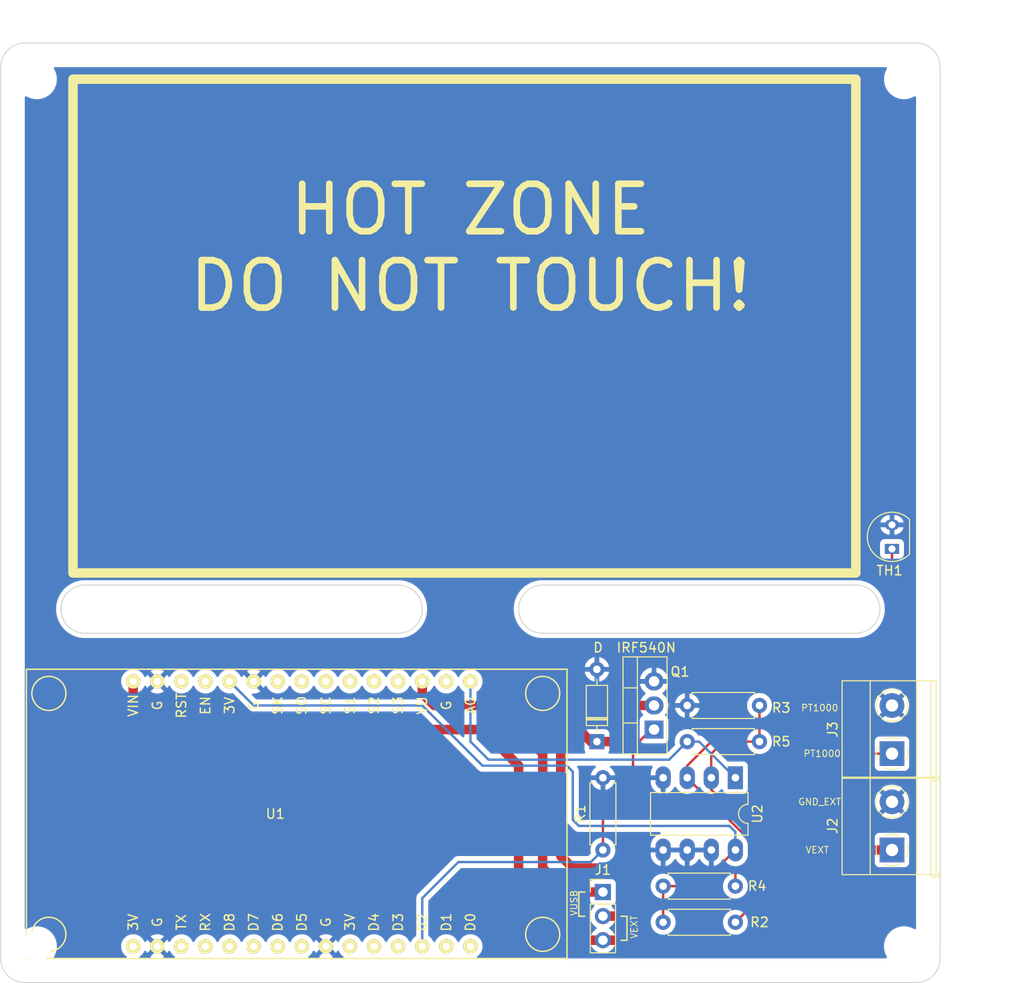
<source format=kicad_pcb>
(kicad_pcb (version 20211014) (generator pcbnew)

  (general
    (thickness 1.6)
  )

  (paper "A4")
  (layers
    (0 "F.Cu" signal)
    (31 "B.Cu" signal)
    (32 "B.Adhes" user "B.Adhesive")
    (33 "F.Adhes" user "F.Adhesive")
    (34 "B.Paste" user)
    (35 "F.Paste" user)
    (36 "B.SilkS" user "B.Silkscreen")
    (37 "F.SilkS" user "F.Silkscreen")
    (38 "B.Mask" user)
    (39 "F.Mask" user)
    (40 "Dwgs.User" user "User.Drawings")
    (41 "Cmts.User" user "User.Comments")
    (42 "Eco1.User" user "User.Eco1")
    (43 "Eco2.User" user "User.Eco2")
    (44 "Edge.Cuts" user)
    (45 "Margin" user)
    (46 "B.CrtYd" user "B.Courtyard")
    (47 "F.CrtYd" user "F.Courtyard")
    (48 "B.Fab" user)
    (49 "F.Fab" user)
    (50 "User.1" user)
    (51 "User.2" user)
    (52 "User.3" user)
    (53 "User.4" user)
    (54 "User.5" user)
    (55 "User.6" user)
    (56 "User.7" user)
    (57 "User.8" user)
    (58 "User.9" user)
  )

  (setup
    (stackup
      (layer "F.SilkS" (type "Top Silk Screen"))
      (layer "F.Paste" (type "Top Solder Paste"))
      (layer "F.Mask" (type "Top Solder Mask") (thickness 0.01))
      (layer "F.Cu" (type "copper") (thickness 0.035))
      (layer "dielectric 1" (type "core") (thickness 1.51) (material "FR4") (epsilon_r 4.5) (loss_tangent 0.02))
      (layer "B.Cu" (type "copper") (thickness 0.035))
      (layer "B.Mask" (type "Bottom Solder Mask") (thickness 0.01))
      (layer "B.Paste" (type "Bottom Solder Paste"))
      (layer "B.SilkS" (type "Bottom Silk Screen"))
      (copper_finish "None")
      (dielectric_constraints no)
    )
    (pad_to_mask_clearance 0)
    (pcbplotparams
      (layerselection 0x00010fc_ffffffff)
      (disableapertmacros false)
      (usegerberextensions false)
      (usegerberattributes true)
      (usegerberadvancedattributes true)
      (creategerberjobfile true)
      (svguseinch false)
      (svgprecision 6)
      (excludeedgelayer true)
      (plotframeref false)
      (viasonmask false)
      (mode 1)
      (useauxorigin false)
      (hpglpennumber 1)
      (hpglpenspeed 20)
      (hpglpendiameter 15.000000)
      (dxfpolygonmode true)
      (dxfimperialunits true)
      (dxfusepcbnewfont true)
      (psnegative false)
      (psa4output false)
      (plotreference true)
      (plotvalue true)
      (plotinvisibletext false)
      (sketchpadsonfab false)
      (subtractmaskfromsilk false)
      (outputformat 1)
      (mirror false)
      (drillshape 0)
      (scaleselection 1)
      (outputdirectory "out/")
    )
  )

  (net 0 "")
  (net 1 "unconnected-(U1-Pad2)")
  (net 2 "Net-(J1-Pad1)")
  (net 3 "unconnected-(U1-Pad4)")
  (net 4 "unconnected-(U1-Pad5)")
  (net 5 "unconnected-(U1-Pad6)")
  (net 6 "unconnected-(U1-Pad7)")
  (net 7 "unconnected-(U1-Pad8)")
  (net 8 "unconnected-(U1-Pad9)")
  (net 9 "unconnected-(U1-Pad12)")
  (net 10 "unconnected-(U1-Pad13)")
  (net 11 "unconnected-(U1-Pad16)")
  (net 12 "unconnected-(U1-Pad18)")
  (net 13 "unconnected-(U1-Pad19)")
  (net 14 "unconnected-(U1-Pad20)")
  (net 15 "unconnected-(U1-Pad21)")
  (net 16 "unconnected-(U1-Pad22)")
  (net 17 "unconnected-(U1-Pad23)")
  (net 18 "unconnected-(U1-Pad25)")
  (net 19 "unconnected-(U1-Pad26)")
  (net 20 "unconnected-(U1-Pad27)")
  (net 21 "unconnected-(U1-Pad29)")
  (net 22 "unconnected-(U1-Pad30)")
  (net 23 "VCC")
  (net 24 "GND")
  (net 25 "Net-(Q1-Pad1)")
  (net 26 "+3V3")
  (net 27 "Net-(R2-Pad2)")
  (net 28 "Net-(J1-Pad3)")
  (net 29 "/ADC0")
  (net 30 "Net-(J3-Pad1)")

  (footprint "Resistor_THT:R_Axial_DIN0207_L6.3mm_D2.5mm_P7.62mm_Horizontal" (layer "F.Cu") (at 184.15 110.49))

  (footprint "Package_TO_SOT_THT:TO-220-3_Vertical" (layer "F.Cu") (at 183.19 93.98 90))

  (footprint "TerminalBlock_Phoenix:TerminalBlock_Phoenix_MKDS-1,5-2-5.08_1x02_P5.08mm_Horizontal" (layer "F.Cu") (at 208.28 96.52 90))

  (footprint "TerminalBlock_Phoenix:TerminalBlock_Phoenix_MKDS-1,5-2-5.08_1x02_P5.08mm_Horizontal" (layer "F.Cu") (at 208.28 106.68 90))

  (footprint "Resistor_THT:R_Axial_DIN0207_L6.3mm_D2.5mm_P7.62mm_Horizontal" (layer "F.Cu") (at 194.31 91.44 180))

  (footprint "Package_DIP:DIP-8_W7.62mm_LongPads" (layer "F.Cu") (at 191.77 99.06 -90))

  (footprint "ESP8266:NodeMCU-LoLinV3" (layer "F.Cu") (at 143.51 102.87 -90))

  (footprint "MountingHole:MountingHole_3.2mm_M3" (layer "F.Cu") (at 209.55 116.84))

  (footprint "Package_TO_SOT_THT:TO-92-2" (layer "F.Cu") (at 208.28 74.93 90))

  (footprint "Resistor_THT:R_Axial_DIN0207_L6.3mm_D2.5mm_P7.62mm_Horizontal" (layer "F.Cu") (at 184.15 114.3))

  (footprint "Connector_PinHeader_2.54mm:PinHeader_1x03_P2.54mm_Vertical" (layer "F.Cu") (at 177.8 111.11))

  (footprint "Resistor_THT:R_Axial_DIN0207_L6.3mm_D2.5mm_P7.62mm_Horizontal" (layer "F.Cu") (at 177.8 106.68 90))

  (footprint "MountingHole:MountingHole_3.2mm_M3" (layer "F.Cu") (at 118.11 116.84))

  (footprint "MountingHole:MountingHole_3.2mm_M3" (layer "F.Cu") (at 118.11 25.4))

  (footprint "Resistor_THT:R_Axial_DIN0207_L6.3mm_D2.5mm_P7.62mm_Horizontal" (layer "F.Cu") (at 194.31 95.25 180))

  (footprint "MountingHole:MountingHole_3.2mm_M3" (layer "F.Cu") (at 209.55 25.4))

  (footprint "Diode_THT:D_DO-35_SOD27_P7.62mm_Horizontal" (layer "F.Cu") (at 177.165 95.25 90))

  (gr_line (start 179.705 116.205) (end 180.34 116.205) (layer "F.SilkS") (width 0.15) (tstamp 43d7e843-b9cb-4123-8cac-3b3a3f192e82))
  (gr_line (start 180.34 116.205) (end 180.34 113.665) (layer "F.SilkS") (width 0.15) (tstamp 59285924-41fe-4bb2-a9ed-1c5bc19ab4af))
  (gr_line (start 175.895 111.11) (end 175.26 111.11) (layer "F.SilkS") (width 0.15) (tstamp 626bde95-94ca-434f-a014-e0bb4dbe6b78))
  (gr_line (start 175.26 111.11) (end 175.26 113.665) (layer "F.SilkS") (width 0.15) (tstamp 8f011e39-05a5-427a-a1b7-786cc89e3718))
  (gr_rect (start 121.92 25.4) (end 204.47 77.47) (layer "F.SilkS") (width 1) (fill none) (tstamp a152f063-a703-4c36-8f3f-666948886637))
  (gr_line (start 180.34 113.665) (end 179.705 113.665) (layer "F.SilkS") (width 0.15) (tstamp ce41cfd2-612b-47cd-9bc3-48ae59a55371))
  (gr_line (start 175.26 113.665) (end 175.895 113.665) (layer "F.SilkS") (width 0.15) (tstamp db6c1462-c86e-408d-bba1-1c93dce89f84))
  (gr_arc (start 123.19 83.82) (mid 120.65 81.28) (end 123.19 78.74) (layer "Edge.Cuts") (width 0.1) (tstamp 0bc88e76-2e2e-4cb4-8e06-f1c4d1253f61))
  (gr_arc (start 210.82 21.59) (mid 212.616051 22.333949) (end 213.36 24.13) (layer "Edge.Cuts") (width 0.1) (tstamp 2636e8c7-1d19-4048-89cd-0d5a1d0f3616))
  (gr_arc (start 213.36 118.11) (mid 212.616051 119.906051) (end 210.82 120.65) (layer "Edge.Cuts") (width 0.1) (tstamp 2d4ebdf5-600b-4a02-80c0-8613d77fd7f0))
  (gr_line (start 201.93 78.74) (end 204.47 78.74) (layer "Edge.Cuts") (width 0.1) (tstamp 363bb7e6-1115-48f7-9136-7e6eab648124))
  (gr_arc (start 171.45 83.82) (mid 168.91 81.28) (end 171.45 78.74) (layer "Edge.Cuts") (width 0.1) (tstamp 405a66d1-a84f-4752-83f8-f967dce9abca))
  (gr_line (start 201.93 83.82) (end 204.47 83.82) (layer "Edge.Cuts") (width 0.1) (tstamp 4cf7da03-5332-486c-aa34-68bf70cf8801))
  (gr_arc (start 204.47 78.74) (mid 207.01 81.28) (end 204.47 83.82) (layer "Edge.Cuts") (width 0.1) (tstamp 4f68486f-1ea9-4e69-9cf5-2365ef35979a))
  (gr_line (start 123.19 78.74) (end 153.67 78.74) (layer "Edge.Cuts") (width 0.1) (tstamp 55c15fc5-b5a9-43d7-9a88-bfa97086aa39))
  (gr_line (start 213.36 24.13) (end 213.36 116.84) (layer "Edge.Cuts") (width 0.1) (tstamp 5d52ecb2-7703-429d-9d6e-1d4065ec19b2))
  (gr_line (start 210.82 120.65) (end 116.84 120.65) (layer "Edge.Cuts") (width 0.1) (tstamp 67057d04-651f-4f55-b582-bd74269f0054))
  (gr_line (start 213.36 118.11) (end 213.36 116.84) (layer "Edge.Cuts") (width 0.1) (tstamp 6c4a9c47-b39e-4116-af07-d25fc075bc01))
  (gr_line (start 114.3 118.11) (end 114.3 24.13) (layer "Edge.Cuts") (width 0.1) (tstamp 6db957e6-8fd4-410a-83f4-6133ad518c4b))
  (gr_line (start 171.45 83.82) (end 201.93 83.82) (layer "Edge.Cuts") (width 0.1) (tstamp 84a61bcc-edb3-4f0a-b5ee-67ea7bf5fa50))
  (gr_arc (start 116.84 120.65) (mid 115.043949 119.906051) (end 114.3 118.11) (layer "Edge.Cuts") (width 0.1) (tstamp 8b9d1094-885a-498f-86cb-850195ff9047))
  (gr_line (start 171.45 78.74) (end 201.93 78.74) (layer "Edge.Cuts") (width 0.1) (tstamp a1c6121a-19fb-479d-8c88-f5f8bb896184))
  (gr_arc (start 114.3 24.13) (mid 115.043949 22.333949) (end 116.84 21.59) (layer "Edge.Cuts") (width 0.1) (tstamp aad4a83b-8cef-4ca6-99f0-718b538fd271))
  (gr_line (start 153.67 83.82) (end 156.21 83.82) (layer "Edge.Cuts") (width 0.1) (tstamp b7c39487-8f7b-4aac-a9b0-b8fb38f6405f))
  (gr_arc (start 156.21 78.74) (mid 158.75 81.28) (end 156.21 83.82) (layer "Edge.Cuts") (width 0.1) (tstamp bdbe3975-c63b-4400-934b-fd1b510361dc))
  (gr_line (start 116.84 21.59) (end 209.55 21.59) (layer "Edge.Cuts") (width 0.1) (tstamp ea5b4bfa-1915-4f97-877e-c393576dc740))
  (gr_line (start 153.67 78.74) (end 156.21 78.74) (layer "Edge.Cuts") (width 0.1) (tstamp f19a8eae-0230-4222-8201-8ff4c3ccb72a))
  (gr_line (start 123.19 83.82) (end 153.67 83.82) (layer "Edge.Cuts") (width 0.1) (tstamp f4e04a35-1b53-42a6-9fe4-09d51277124a))
  (gr_line (start 209.55 21.59) (end 210.82 21.59) (layer "Edge.Cuts") (width 0.1) (tstamp fe420f77-c9eb-481c-b9f6-270370590034))
  (gr_text "VEXT" (at 181.102 114.808 90) (layer "F.SilkS") (tstamp 050d5c10-400a-4e5b-81d7-53a9e6a8bd01)
    (effects (font (size 0.7 0.7) (thickness 0.1)))
  )
  (gr_text "PT1000" (at 200.66 91.694) (layer "F.SilkS") (tstamp 3b1c1768-766c-42cf-92e2-5ac179219634)
    (effects (font (size 0.7 0.7) (thickness 0.1)))
  )
  (gr_text "GND_EXT" (at 200.66 101.6) (layer "F.SilkS") (tstamp 4d8e08e2-d2ef-4e0b-94c4-a7c14b74b020)
    (effects (font (size 0.7 0.7) (thickness 0.1)))
  )
  (gr_text "VUSB" (at 174.752 112.268 90) (layer "F.SilkS") (tstamp 56a5135b-1a21-4cd1-8162-cb59defcf0df)
    (effects (font (size 0.7 0.7) (thickness 0.1)))
  )
  (gr_text "HOT ZONE\nDO NOT TOUCH!" (at 163.83 43.18) (layer "F.SilkS") (tstamp 60e61964-6ea7-468c-b4d5-c464c2964fb4)
    (effects (font (size 5 5) (thickness 0.7)))
  )
  (gr_text "PT1000" (at 200.914 96.52) (layer "F.SilkS") (tstamp b8ff5247-d7e9-49b7-a0d1-efa1eb141922)
    (effects (font (size 0.7 0.7) (thickness 0.1)))
  )
  (gr_text "VEXT" (at 200.406 106.68) (layer "F.SilkS") (tstamp f969ddd1-ef60-44d4-a55e-2fbb2fa16c5f)
    (effects (font (size 0.7 0.7) (thickness 0.1)))
  )
  (dimension (type aligned) (layer "Cmts.User") (tstamp 2d888120-70b2-4ada-b93e-953b16efebf9)
    (pts (xy 213.434615 21.59) (xy 213.434615 120.65))
    (height -5.005385)
    (gr_text "99.0600 mm" (at 217.29 71.12 90) (layer "Cmts.User") (tstamp 2d888120-70b2-4ada-b93e-953b16efebf9)
      (effects (font (size 1 1) (thickness 0.15)))
    )
    (format (units 3) (units_format 1) (precision 4))
    (style (thickness 0.15) (arrow_length 1.27) (text_position_mode 0) (extension_height 0.58642) (extension_offset 0.5) keep_text_aligned)
  )
  (dimension (type aligned) (layer "Cmts.User") (tstamp ac285884-6f03-4659-9705-75f1c21b3d37)
    (pts (xy 114.3 21.59) (xy 213.434615 21.59))
    (height -2.54)
    (gr_text "99.1346 mm" (at 163.867307 17.9) (layer "Cmts.User") (tstamp ac285884-6f03-4659-9705-75f1c21b3d37)
      (effects (font (size 1 1) (thickness 0.15)))
    )
    (format (units 3) (units_format 1) (precision 4))
    (style (thickness 0.15) (arrow_length 1.27) (text_position_mode 0) (extension_height 0.58642) (extension_offset 0.5) keep_text_aligned)
  )

  (segment (start 158.75 90.17) (end 160.02 91.44) (width 1) (layer "F.Cu") (net 2) (tstamp 10fe87b3-0703-470a-8979-6324aef999e4))
  (segment (start 174.005 111.11) (end 177.8 111.11) (width 1) (layer "F.Cu") (net 2) (tstamp 21b6c964-da12-4092-a72a-e23686f19e5c))
  (segment (start 171.45 108.585) (end 173.99 111.125) (width 1) (layer "F.Cu") (net 2) (tstamp 39289d2d-73f8-4758-bc85-291b96c2eea8))
  (segment (start 160.02 91.44) (end 166.37 91.44) (width 1) (layer "F.Cu") (net 2) (tstamp a97df86e-6397-4771-b0d5-36170be739b4))
  (segment (start 166.37 91.44) (end 171.45 96.52) (width 1) (layer "F.Cu") (net 2) (tstamp ac043d1b-0117-48e1-9757-6da381193d02))
  (segment (start 158.75 88.9) (end 158.75 90.17) (width 1) (layer "F.Cu") (net 2) (tstamp ac7d545b-849c-4286-a4b3-594508baa691))
  (segment (start 173.99 111.125) (end 174.005 111.11) (width 1) (layer "F.Cu") (net 2) (tstamp bb22ddff-8620-4e97-858c-26ef01228b7b))
  (segment (start 171.45 96.52) (end 171.45 108.585) (width 1) (layer "F.Cu") (net 2) (tstamp d77abd68-741d-4dc2-931e-600f88c5f0f2))
  (segment (start 202.16 71.8) (end 122.96 71.8) (width 0.6) (layer "F.Cu") (net 23) (tstamp 0247194d-025f-4b5b-b318-9585fa2fbe90))
  (segment (start 122.96 50.199979) (end 162.56 50.199978) (width 0.6) (layer "F.Cu") (net 23) (tstamp 04bfacd5-7995-40cd-8ee2-374dc11c6ac6))
  (segment (start 122.96 26.199949) (end 162.56 26.199948) (width 0.6) (layer "F.Cu") (net 23) (tstamp 075ef848-34f2-490a-a475-4e38400a8253))
  (segment (start 122.96 61.399993) (end 162.56 61.399992) (width 0.6) (layer "F.Cu") (net 23) (tstamp 0815c3e8-317a-414c-847f-74d67681d205))
  (segment (start 179.72 113.65) (end 180.34 113.03) (width 1) (layer "F.Cu") (net 23) (tstamp 0a40a0e1-8728-41d7-8240-1e4e5ffbb0df))
  (segment (start 122.96 62.999995) (end 162.56 62.999994) (width 0.6) (layer "F.Cu") (net 23) (tstamp 0a5d1422-a53f-4ca7-b2a2-21b3e5561dd1))
  (segment (start 162.56 27.79995) (end 202.16 27.79995) (width 0.6) (layer "F.Cu") (net 23) (tstamp 0a75d1ea-08db-42d0-97be-5780d49ef2d9))
  (segment (start 202.16 67) (end 162.56 66.999999) (width 0.6) (layer "F.Cu") (net 23) (tstamp 0b52e711-e188-425a-8f06-95514246ea7d))
  (segment (start 162.56 26.199948) (end 203.364948 26.199948) (width 0.6) (layer "F.Cu") (net 23) (tstamp 0fb6a56e-3eb9-41e8-bd29-2dda99764b4f))
  (segment (start 162.56 45.399972) (end 202.16 45.399972) (width 0.6) (layer "F.Cu") (net 23) (tstamp 108b0f01-fb46-47ec-b220-9e2e20914894))
  (segment (start 162.56 40.599966) (end 202.16 40.599966) (width 0.6) (layer "F.Cu") (net 23) (tstamp 155a2787-4783-4cf4-8852-646a3b769517))
  (segment (start 122.96 66.199999) (end 162.56 66.199998) (width 0.6) (layer "F.Cu") (net 23) (tstamp 169a5052-47dc-4567-80a2-3d7e448dc409))
  (segment (start 162.56 38.999964) (end 202.16 38.999964) (width 0.6) (layer "F.Cu") (net 23) (tstamp 1954f5aa-3e06-4af0-b6c6-3a1633818f46))
  (segment (start 122.96 45.399973) (end 162.56 45.399972) (width 0.6) (layer "F.Cu") (net 23) (tstamp 1d7a3ccc-30a6-44b1-8242-fe49226d0ee7))
  (segment (start 162.56 53.399982) (end 202.16 53.399982) (width 0.6) (layer "F.Cu") (net 23) (tstamp 2152d3e7-e275-4b13-a313-5f4b77a0d6b3))
  (segment (start 162.56 58.999989) (end 122.96 58.999989) (width 0.6) (layer "F.Cu") (net 23) (tstamp 267946e6-c8c9-4f86-bf2a-581d8a2b1243))
  (segment (start 122.96 56.599987) (end 162.56 56.599986) (width 0.6) (layer "F.Cu") (net 23) (tstamp 26cb768d-c086-4cf8-92d3-ee6b88c47c32))
  (segment (start 162.56 36.599961) (end 122.96 36.599961) (width 0.6) (layer "F.Cu") (net 23) (tstamp 2bef39ec-f893-4932-aaca-c30b9e6d6ada))
  (segment (start 162.56 31.799955) (end 122.96 31.799955) (width 0.6) (layer "F.Cu") (net 23) (tstamp 2e92c7e0-eb6e-462f-a681-017d77d105a3))
  (segment (start 202.16 36.599962) (end 162.56 36.599961) (width 0.6) (layer "F.Cu") (net 23) (tstamp 2ea492ca-d187-411e-bf0e-407c8b9ae7f8))
  (segment (start 202.16 54.199984) (end 162.56 54.199983) (width 0.6) (layer "F.Cu") (net 23) (tstamp 3010dde5-f663-48f5-9dce-12f956c07db8))
  (segment (start 202.16 47.799976) (end 162.56 47.799975) (width 0.6) (layer "F.Cu") (net 23) (tstamp 3018fe5f-6373-401b-8f02-d18ccc7bf3b3))
  (segment (start 173.355 97.79) (end 173.355 95.25) (width 1) (layer "F.Cu") (net 23) (tstamp 331be733-df29-4845-b8dd-085f0f40fdc6))
  (segment (start 202.16 55.799986) (end 162.56 55.799985) (width 0.6) (layer "F.Cu") (net 23) (tstamp 368eac1e-6330-4a19-afed-c48c08bf0252))
  (segment (start 202.16 62.199994) (end 162.56 62.199993) (width 0.6) (layer "F.Cu") (net 23) (tstamp 37d7ea29-367a-4a43-ba89-6fde03378e63))
  (segment (start 202.16 39.799966) (end 162.56 39.799965) (width 0.6) (layer "F.Cu") (net 23) (tstamp 3a31f425-20ee-437b-ba73-d1ecf25e3671))
  (segment (start 165.1 83.82) (end 176.53 95.25) (width 1) (layer "F.Cu") (net 23) (tstamp 3b34fd7a-cfa9-450a-9023-0c762c9e2421))
  (segment (start 162.56 63.799995) (end 122.96 63.799995) (width 0.6) (layer "F.Cu") (net 23) (tstamp 3d3cc8a7-8c8e-4f69-9c73-0bf88abbe441))
  (segment (start 162.56 66.999999) (end 122.96 66.999999) (width 0.6) (layer "F.Cu") (net 23) (tstamp 3de1889e-e955-4dd0-b35a-c68373ce2692))
  (segment (start 122.96 42.199969) (end 162.56 42.199968) (width 0.6) (layer "F.Cu") (net 23) (tstamp 3f139287-6ac7-4c6b-b845-78baf88efae7))
  (segment (start 162.56 57.399987) (end 122.96 57.399987) (width 0.6) (layer "F.Cu") (net 23) (tstamp 40815bd9-0b3f-45ac-8db0-b5b7c5422df4))
  (segment (start 162.56 52.599981) (end 122.96 52.599981) (width 0.6) (layer "F.Cu") (net 23) (tstamp 41cf7568-2270-44f7-9109-d018421326d7))
  (segment (start 180.34 93.98) (end 180.34 92.075) (width 1) (layer "F.Cu") (net 23) (tstamp 43dfcb63-8ecb-4866-b316-eca539201cc3))
  (segment (start 122.96 54.999985) (end 162.56 54.999984) (width 0.6) (layer "F.Cu") (net 23) (tstamp 457a265d-f791-413b-896f-6a3a228ef2fa))
  (segment (start 162.56 64.599996) (end 202.16 64.599996) (width 0.6) (layer "F.Cu") (net 23) (tstamp 46b56123-61b5-4ba5-af97-b43bce3e37d4))
  (segment (start 177.8 113.65) (end 179.72 113.65) (width 1) (layer "F.Cu") (net 23) (tstamp 47de480b-6b43-49e0-a0a6-733c5999e971))
  (segment (start 166.37 76.835) (end 165.1 78.105) (width 0.6) (layer "F.Cu") (net 23) (tstamp 48fc696e-535b-4d9c-a882-e1d310870425))
  (segment (start 176.53 95.25) (end 177.165 95.25) (width 1) (layer "F.Cu") (net 23) (tstamp 496bafea-92b2-4c1e-af26-5c3d8d38ae8c))
  (segment (start 162.56 59.79999) (end 202.16 59.79999) (width 0.6) (layer "F.Cu") (net 23) (tstamp 4bc08a26-ae0a-4d46-ba84-98c84dc23e8d))
  (segment (start 202.16 31.799956) (end 162.56 31.799955) (width 0.6) (layer "F.Cu") (net 23) (tstamp 4c3deb4e-f34a-4e6c-8e44-fe2c6155ecf4))
  (segment (start 162.56 46.999974) (end 202.16 46.999974) (width 0.6) (layer "F.Cu") (net 23) (tstamp 4c42a50f-8e35-4e2b-b28c-9f9bbf111937))
  (segment (start 202.16 49.399978) (end 162.56 49.399977) (width 0.6) (layer "F.Cu") (net 23) (tstamp 4d7ffd10-cfbc-4c79-82b7-ac0ae9d2ee39))
  (segment (start 122.96 46.999975) (end 162.56 46.999974) (width 0.6) (layer "F.Cu") (net 23) (tstamp 4df873fe-8dd9-463b-8599-f584dd769228))
  (segment (start 122.96 74.2) (end 202.16 74.2) (width 0.6) (layer "F.Cu") (net 23) (tstamp 508cff8b-029d-45fc-9971-c5a76ed78914))
  (segment (start 202.16 30.199954) (end 162.56 30.199953) (width 0.6) (layer "F.Cu") (net 23) (tstamp 523bfaed-ef72-4580-843e-0a7aa995682a))
  (segment (start 122.96 53.399983) (end 162.56 53.399982) (width 0.6) (layer "F.Cu") (net 23) (tstamp 54766a39-17cb-4ab0-9b90-9896e3bb51a3))
  (segment (start 202.16 75) (end 122.96 75) (width 0.6) (layer "F.Cu") (net 23) (tstamp 54aa0d04-8b4b-4a0e-a5b8-a9c0b14cc137))
  (segment (start 162.56 33.399957) (end 122.96 33.399957) (width 0.6) (layer "F.Cu") (net 23) (tstamp 58c9e7dc-cce2-4f2d-b8fd-26e777c8481c))
  (segment (start 180.34 109.855) (end 179.07 108.585) (width 1) (layer "F.Cu") (net 23) (tstamp 5c57c7c5-8fd8-4d84-a62c-480d52cdc7db))
  (segment (start 162.56 47.799975) (end 122.96 47.799975) (width 0.6) (layer "F.Cu") (net 23) (tstamp 60a3ad37-6961-4f23-9665-bc77be4b9278))
  (segment (start 162.56 60.599991) (end 122.96 60.599991) (width 0.6) (layer "F.Cu") (net 23) (tstamp 61a390bc-cf5c-4cb1-b563-606ff6ba0a42))
  (segment (start 122.96 67.8) (end 202.16 67.8) (width 0.6) (layer "F.Cu") (net 23) (tstamp 659fbd31-07eb-46f0-9c71-fc0ef8ddcbe5))
  (segment (start 203.2 76.835) (end 166.37 76.835) (width 0.6) (layer "F.Cu") (net 23) (tstamp 67fb0c5d-6d69-4d0d-b84d-61243807f9c6))
  (segment (start 180.975 91.44) (end 183.19 91.44) (width 1) (layer "F.Cu") (net 23) (tstamp 68625015-dd4d-4a6f-94cf-10acdf316ff8))
  (segment (start 122.96 59.799991) (end 162.56 59.79999) (width 0.6) (layer "F.Cu") (net 23) (tstamp 6a10c025-7d02-4749-9d79-b1170289f8f8))
  (segment (start 202.16 34.99996) (end 162.56 34.999959) (width 0.6) (layer "F.Cu") (net 23) (tstamp 6da4ea30-cdc5-4c8c-af2b-82b0631e84aa))
  (segment (start 162.56 42.999969) (end 122.96 42.999969) (width 0.6) (layer "F.Cu") (net 23) (tstamp 6ec77ae5-9245-4601-8bd7-17b96ae7ebdf))
  (segment (start 180.34 113.03) (end 180.34 109.855) (width 1) (layer "F.Cu") (net 23) (tstamp 7274adc6-96b6-42eb-92c0-039e54209993))
  (segment (start 202.16 46.199974) (end 162.56 46.199973) (width 0.6) (layer "F.Cu") (net 23) (tstamp 73d61c85-d9f9-446b-994a-ba7396b46de5))
  (segment (start 162.56 42.199968) (end 202.16 42.199968) (width 0.6) (layer "F.Cu") (net 23) (tstamp 774a34c3-9d78-4165-93c5-4274b49c771e))
  (segment (start 162.56 41.399967) (end 122.96 41.399967) (width 0.6) (layer "F.Cu") (net 23) (tstamp 7863238b-57e2-4a92-98b0-5ead37603a1c))
  (segment (start 162.56 43.79997) (end 202.16 43.79997) (width 0.6) (layer "F.Cu") (net 23) (tstamp 794b2db8-9a64-44f1-8a2a-7233515c8533))
  (segment (start 177.165 95.25) (end 179.07 95.25) (width 1) (layer "F.Cu") (net 23) (tstamp 7a7f5d58-c063-483f-bc79-3b407721f79d))
  (segment (start 173.355 97.155) (end 173.355 97.79) (width 1) (layer "F.Cu") (net 23) (tstamp 828515a9-c940-4bcf-90e6-de422ce3f0f3))
  (segment (start 202.16 33.399958) (end 162.56 33.399957) (width 0.6) (layer "F.Cu") (net 23) (tstamp 8536f7d0-2058-4a26-bad9-ebaf6f72993c))
  (segment (start 162.56 30.199953) (end 122.96 30.199953) (width 0.6) (layer "F.Cu") (net 23) (tstamp 8858b39e-fd55-4e9c-8cd5-5666878ef5e2))
  (segment (start 202.16 63.799996) (end 162.56 63.799995) (width 0.6) (layer "F.Cu") (net 23) (tstamp 888b92c1-86ab-47c8-81da-37daef36a9bf))
  (segment (start 122.96 27.799951) (end 162.56 27.79995) (width 0.6) (layer "F.Cu") (net 23) (tstamp 8913378a-32ce-428a-88dc-d4fb6ebcbf85))
  (segment (start 162.56 54.999984) (end 202.16 54.999984) (width 0.6) (layer "F.Cu") (net 23) (tstamp 891e56a8-0a8d-4725-93f3-6a1b83d93c09))
  (segment (start 202.16 41.399968) (end 162.56 41.399967) (width 0.6) (layer "F.Cu") (net 23) (tstamp 89bdef34-0120-4702-a612-524eeead8ecd))
  (segment (start 162.56 38.199963) (end 122.96 38.199963) (width 0.6) (layer "F.Cu") (net 23) (tstamp 8b313e1b-40dd-4dcc-be00-1cf7d7afbd33))
  (segment (start 202.16 60.599992) (end 162.56 60.599991) (width 0.6) (layer "F.Cu") (net 23) (tstamp 917a91ea-71d6-4380-8dc9-cf510e2d67a3))
  (segment (start 162.56 34.199958) (end 202.16 34.199958) (width 0.6) (layer "F.Cu") (net 23) (tstamp 919fa1c7-45b9-416b-85a5-03eaaeeda91f))
  (segment (start 122.96 43.799971) (end 162.56 43.79997) (width 0.6) (layer "F.Cu") (net 23) (tstamp 934ada5e-61cf-47bc-bd18-298c0d24b677))
  (segment (start 122.96 35.799961) (end 162.56 35.79996) (width 0.6) (layer "F.Cu") (net 23) (tstamp 936be4fc-156d-4066-84ab-d0b9e0abb04e))
  (segment (start 202.16 52.599982) (end 162.56 52.599981) (width 0.6) (layer "F.Cu") (net 23) (tstamp 95eaf230-0a4f-44f9-91d6-94e3f6e4f8d4))
  (segment (start 122.96 30.999955) (end 162.56 30.999954) (width 0.6) (layer "F.Cu") (net 23) (tstamp 9651739f-70d1-4994-8eef-8ea7820366c6))
  (segment (start 122.96 40.599967) (end 162.56 40.599966) (width 0.6) (layer "F.Cu") (net 23) (tstamp 9820b921-2e00-4b37-a58a-8e96108e47b6))
  (segment (start 202.16 38.199964) (end 162.56 38.199963) (width 0.6) (layer "F.Cu") (net 23) (tstamp 982ed081-ed19-4a23-b095-176d124990bb))
  (segment (start 162.56 78.74) (end 162.56 76.2) (width 0.6) (layer "F.Cu") (net 23) (tstamp 998c82f2-1985-4ae8-ab98-cb12aefc8d8f))
  (segment (start 162.56 46.199973) (end 122.96 46.199973) (width 0.6) (layer "F.Cu") (net 23) (tstamp 99bb9384-2e47-4154-88b9-8494fe9ea0e6))
  (segment (start 162.56 84.455) (end 162.56 78.74) (width 1) (layer "F.Cu") (net 23) (tstamp 9dd5d3ab-b817-4cde-812c-b6c7397e3cb5))
  (segment (start 162.96 75.8) (end 202.16 75.8) (width 0.6) (layer "F.Cu") (net 23) (tstamp a01dc8c9-d5ce-4b38-a828-ae9e4afdb5f1))
  (segment (start 202.16 28.599952) (end 162.56 28.599951) (width 0.6) (layer "F.Cu") (net 23) (tstamp a1c32909-f50c-4ed7-86bf-147734bac1cd))
  (segment (start 202.16 68.6) (end 122.96 68.6) (width 0.6) (layer "F.Cu") (net 23) (tstamp a286cba1-3f08-461f-8b55-bcbc1b014060))
  (segment (start 202.16 70.2) (end 122.96 70.2) (width 0.6) (layer "F.Cu") (net 23) (tstamp a67afc3e-d273-4a58-b91d-4cbdb64d9878))
  (segment (start 162.56 32.599956) (end 202.16 32.599956) (width 0.6) (layer "F.Cu") (net 23) (tstamp a77f3949-fb14-4aee-bc24-e9a084cb8692))
  (segment (start 162.56 34.999959) (end 122.96 34.999959) (width 0.6) (layer "F.Cu") (net 23) (tstamp a9dbd23d-a0d6-4db0-bbfb-10755385a4c6))
  (segment (start 162.56 55.799985) (end 122.96 55.799985) (width 0.6) (layer "F.Cu") (net 23) (tstamp ab59e72f-d34a-40b6-ba3d-f1921b84687d))
  (segment (start 122.96 37.399963) (end 162.56 37.399962) (width 0.6) (layer "F.Cu") (net 23) (tstamp ae3a2a10-81db-4372-9a1b-f20838f1d7f7))
  (segment (start 122.96 51.799981) (end 162.56 51.79998) (width 0.6) (layer "F.Cu") (net 23) (tstamp aef0a159-c9b0-40b8-9215-aa799b0add43))
  (segment (start 173.355 95.25) (end 162.56 84.455) (width 1) (layer "F.Cu") (net 23) (tstamp afbaf512-78c8-4592-8087-747a7952e6f4))
  (segment (start 122.96 34.199959) (end 162.56 34.199958) (width 0.6) (layer "F.Cu") (net 23) (tstamp b02db85b-3fa7-4375-b03f-c42f5b1778eb))
  (segment (start 122.96 32.599957) (end 162.56 32.599956) (width 0.6) (layer "F.Cu") (net 23) (tstamp b8220517-6fec-4264-aef7-3a0de5272c3d))
  (segment (start 162.56 35.79996) (end 202.16 35.79996) (width 0.6) (layer "F.Cu") (net 23) (tstamp b8ed252e-02dc-4fdf-ac3c-b86cc1a6fb51))
  (segment (start 162.56 30.999954) (end 202.16 30.999954) (width 0.6) (layer "F.Cu") (net 23) (tstamp b941353e-2bbf-4cd5-b0c2-c3e6fd881947))
  (segment (start 162.56 61.399992) (end 202.16 61.399992) (width 0.6) (layer "F.Cu") (net 23) (tstamp b9fd804a-125a-4306-a3da-e7d44ed667a5))
  (segment (start 162.56 62.999994) (end 202.16 62.999994) (width 0.6) (layer "F.Cu") (net 23) (tstamp bb9291dd-4da8-4cce-bf05-237d0c51b161))
  (segment (start 122.96 72.6) (end 202.16 72.6) (width 0.6) (layer "F.Cu") (net 23) (tstamp bd9ab2a5-2805-4e7a-bbc2-2b373a1d0bf8))
  (segment (start 202.16 57.399988) (end 162.56 57.399987) (width 0.6) (layer "F.Cu") (net 23) (tstamp be2859bf-fccd-42fb-b8a4-2d67c1bc1aa6))
  (segment (start 202.16 44.599972) (end 162.56 44.599971) (width 0.6) (layer "F.Cu") (net 23) (tstamp c003e3db-25ec-467b-9181-5b4b2fcefd6b))
  (segment (start 202.16 73.4) (end 122.96 73.4) (width 0.6) (layer "F.Cu") (net 23) (tstamp c1d71c93-f5aa-4c6e-9986-605945992962))
  (segment (start 162.56 39.799965) (end 122.96 39.799965) (width 0.6) (layer "F.Cu") (net 23) (tstamp c24b6e08-0051-4a19-8114-f1fab461b64c))
  (segment (start 162.56 28.599951) (end 122.96 28.599951) (width 0.6) (layer "F.Cu") (net 23) (tstamp c2ae5702-90de-4854-b181-91a0481f7176))
  (segment (start 180.34 92.075) (end 180.975 91.44) (width 1) (layer "F.Cu") (net 23) (tstamp c92d5fe5-5c10-4171-91de-718e69cd9f6b))
  (segment (start 122.96 38.999965) (end 162.56 38.999964) (width 0.6) (layer "F.Cu") (net 23) (tstamp c976ab12-9c1c-4157-a706-171188cde25a))
  (segment (start 162.56 50.999979) (end 122.96 50.999979) (width 0.6) (layer "F.Cu") (net 23) (tstamp cc262f9b-7b6d-458b-baa3-b999e4bd0762))
  (segment (start 202.16 26.99995) (end 162.56 26.999949) (width 0.6) (layer "F.Cu") (net 23) (tstamp d0ce12eb-c2c7-41be-8e7a-b5d06dd4cb3b))
  (segment (start 202.16 42.99997) (end 162.56 42.999969) (width 0.6) (layer "F.Cu") (net 23) (tstamp d10b2063-18e8-491a-8bac-a23cd7436b28))
  (segment (start 162.56 29.399952) (end 202.16 29.399952) (width 0.6) (layer "F.Cu") (net 23) (tstamp d65c5987-cdb2-428c-bb90-85f8fdcb4831))
  (segment (start 203.364948 26.199948) (end 203.835 26.67) (width 0.6) (layer "F.Cu") (net 23) (tstamp d7bda49a-7adc-4764-9d89-73e794764f11))
  (segment (start 162.56 66.199998) (end 202.16 66.199998) (width 0.6) (layer "F.Cu") (net 23) (tstamp d821d820-4974-4e23-92ff-6018344de339))
  (segment (start 162.56 54.199983) (end 122.96 54.199983) (width 0.6) (layer "F.Cu") (net 23) (tstamp da96ec34-f0e0-470d-a176-3e1203f13aad))
  (segment (start 162.56 58.199988) (end 202.16 58.199988) (width 0.6) (layer "F.Cu") (net 23) (tstamp daf31106-2be9-4172-96ea-f0cf1b48dafc))
  (segment (start 162.56 56.599986) (end 202.16 56.599986) (width 0.6) (layer "F.Cu") (net 23) (tstamp db5ddfaa-7346-4778-a59a-b8aa0e6c0922))
  (segment (start 162.56 37.399962) (end 202.16 37.399962) (width 0.6) (layer "F.Cu") (net 23) (tstamp db68c093-6ebd-4ef0-b9e9-79e297322726))
  (segment (start 122.96 58.199989) (end 162.56 58.199988) (width 0.6) (layer "F.Cu") (net 23) (tstamp dd7ad20c-9f17-4998-a868-277586e72ff1))
  (segment (start 179.07 108.585) (end 174.625 108.585) (width 1) (layer "F.Cu") (net 23) (tstamp deb838f3-0f11-408c-98ca-2e961602b999))
  (segment (start 202.16 65.399998) (end 162.56 65.399997) (width 0.6) (layer "F.Cu") (net 23) (tstamp e140c16c-2b93-46ca-9166-1d67d91443f2))
  (segment (start 165.1 78.105) (end 165.1 83.82) (width 1) (layer "F.Cu") (net 23) (tstamp e24d1fa8-d988-4142-956c-8e20ad02b49f))
  (segment (start 202.16 58.99999) (end 162.56 58.999989) (width 0.6) (layer "F.Cu") (net 23) (tstamp e3695d39-624e-4369-8495-55c9d258bac7))
  (segment (start 162.56 48.599976) (end 202.16 48.599976) (width 0.6) (layer "F.Cu") (net 23) (tstamp e3fa0ee6-9bf4-4c93-80f4-25fcbe9378f9))
  (segment (start 202.16 50.99998) (end 162.56 50.999979) (width 0.6) (layer "F.Cu") (net 23) (tstamp e421f761-a06a-4dd3-92ee-ab9057380f8a))
  (segment (start 122.96 69.4) (end 202.16 69.4) (width 0.6) (layer "F.Cu") (net 23) (tstamp e49c499d-a94f-4a72-930b-417b268d2e38))
  (segment (start 162.56 49.399977) (end 122.96 49.399977) (width 0.6) (layer "F.Cu") (net 23) (tstamp e819e0b9-2778-4884-80ba-c06350ef8ef2))
  (segment (start 122.96 71) (end 202.16 71) (width 0.6) (layer "F.Cu") (net 23) (tstamp e9ddf5b4-bee8-4c2b-8f76-e628ef38b485))
  (segment (start 162.56 26.999949) (end 122.96 26.999949) (width 0.6) (layer "F.Cu") (net 23) (tstamp ed8ed889-f0d3-4478-a726-e33c57304e0f))
  (segment (start 122.96 29.399953) (end 162.56 29.399952) (width 0.6) (layer "F.Cu") (net 23) (tstamp f09801f3-f49f-4dff-9cf0-0dcf86937d28))
  (segment (start 203.835 26.67) (end 203.835 76.2) (width 0.6) (layer "F.Cu") (net 23) (tstamp f4133d83-b268-4474-8068-040b1ddd0ce8))
  (segment (start 162.56 65.399997) (end 122.96 65.399997) (width 0.6) (layer "F.Cu") (net 23) (tstamp f4a7a233-c755-4d67-a82c-9a2480fea3b4))
  (segment (start 162.56 50.199978) (end 202.16 50.199978) (width 0.6) (layer "F.Cu") (net 23) (tstamp f4c52297-48d0-4965-9dd7-e4390a6ad8ba))
  (segment (start 162.56 51.79998) (end 202.16 51.79998) (width 0.6) (layer "F.Cu") (net 23) (tstamp f9d7262b-e98f-4c84-b1f9-34debe380100))
  (segment (start 173.355 107.315) (end 173.355 97.79) (width 1) (layer "F.Cu") (net 23) (tstamp fb1f76d4-1d0a-49a6-b3a4-fc4d20f31a4e))
  (segment (start 179.07 95.25) (end 180.34 93.98) (width 1) (layer "F.Cu") (net 23) (tstamp fb287ccc-ff69-4e23-b5f8-fadc1a36814c))
  (segment (start 174.625 108.585) (end 173.355 107.315) (width 1) (layer "F.Cu") (net 23) (tstamp fb5dcef2-2831-4e13-86ea-381aafc76b2d))
  (segment (start 162.56 62.199993) (end 122.96 62.199993) (width 0.6) (layer "F.Cu") (net 23) (tstamp fb725b96-908f-4fc0-b498-7f210e0ae62c))
  (segment (start 203.835 76.2) (end 203.2 76.835) (width 0.6) (layer "F.Cu") (net 23) (tstamp fc0649da-b98f-4192-8a5f-f9634be879ac))
  (segment (start 122.96 64.599997) (end 162.56 64.599996) (width 0.6) (layer "F.Cu") (net 23) (tstamp fc3f3cf7-0a1b-4b6b-b668-117139b5d331))
  (segment (start 122.96 48.599977) (end 162.56 48.599976) (width 0.6) (layer "F.Cu") (net 23) (tstamp ff7b1bb7-03c1-4727-878d-17d2054d4846))
  (segment (start 162.56 44.599971) (end 122.96 44.599971) (width 0.6) (layer "F.Cu") (net 23) (tstamp ffa9f7b0-d2b2-4082-a42f-7659e1e29ce8))
  (arc (start 122.96 49.399977) (mid 122.677157 49.28282) (end 122.56 48.999977) (width 0.6) (layer "F.Cu") (net 23) (tstamp 08b39a1f-8095-4cb3-91c8-67b9d40eb705))
  (arc (start 122.96 63.799995) (mid 122.677157 63.682838) (end 122.56 63.399995) (width 0.6) (layer "F.Cu") (net 23) (tstamp 09f8ec42-cda2-4108-bca1-d3e666dc9ef2))
  (arc (start 202.56 62.599994) (mid 202.442843 62.317151) (end 202.16 62.199994) (width 0.6) (layer "F.Cu") (net 23) (tstamp 0c5cdd6a-51e3-47e0-b5bc-d34dea713ca9))
  (arc (start 202.56 40.199966) (mid 202.442843 39.917123) (end 202.16 39.799966) (width 0.6) (layer "F.Cu") (net 23) (tstamp 0c86828d-5d9a-4db1-a6c0-c38255ba1878))
  (arc (start 202.16 37.399962) (mid 202.442843 37.282805) (end 202.56 36.999962) (width 0.6) (layer "F.Cu") (net 23) (tstamp 0cf397d0-1c3d-4b23-8497-ebefbdb5543a))
  (arc (start 122.96 52.599981) (mid 122.677157 52.482824) (end 122.56 52.199981) (width 0.6) (layer "F.Cu") (net 23) (tstamp 10523e59-fb9d-4ae8-9a8e-1bfd07d500fb))
  (arc (start 122.56 40.999967) (mid 122.677157 40.717124) (end 122.96 40.599967) (width 0.6) (layer "F.Cu") (net 23) (tstamp 1069b0fc-919e-4d10-beec-aaaebf77fc91))
  (arc (start 122.56 45.799973) (mid 122.677157 45.51713) (end 122.96 45.399973) (width 0.6) (layer "F.Cu") (net 23) (tstamp 15983379-f3d6-42d0-9262-197cbe8acf06))
  (arc (start 122.96 41.399967) (mid 122.677157 41.28281) (end 122.56 40.999967) (width 0.6) (layer "F.Cu") (net 23) (tstamp 16ea3039-6563-4d0e-905c-8d44a63cfd9a))
  (arc (start 122.56 74.6) (mid 122.677157 74.317157) (end 122.96 74.2) (width 0.6) (layer "F.Cu") (net 23) (tstamp 18343071-9d2e-421f-842d-186faa954b47))
  (arc (start 122.96 71.8) (mid 122.677157 71.682843) (end 122.56 71.4) (width 0.6) (layer "F.Cu") (net 23) (tstamp 18737255-1cc2-4f59-a2d2-2189e51c6178))
  (arc (start 122.56 58.599989) (mid 122.677157 58.317146) (end 122.96 58.199989) (width 0.6) (layer "F.Cu") (net 23) (tstamp 1b20d76b-b807-465a-a72c-20e1dc7cce84))
  (arc (start 122.56 32.999957) (mid 122.677157 32.717114) (end 122.96 32.599957) (width 0.6) (layer "F.Cu") (net 23) (tstamp 1c3a6fa5-a5a5-42c7-a08d-4b0c994ea1d8))
  (arc (start 122.56 44.199971) (mid 122.677157 43.917128) (end 122.96 43.799971) (width 0.6) (layer "F.Cu") (net 23) (tstamp 1fdacef7-baec-4d50-9748-be0857e57a03))
  (arc (start 122.96 70.2) (mid 122.677157 70.082843) (end 122.56 69.8) (width 0.6) (layer "F.Cu") (net 23) (tstamp 1fee7596-864e-4a08-8e84-6256bcab2f3b))
  (arc (start 202.56 72.2) (mid 202.442843 71.917157) (end 202.16 71.8) (width 0.6) (layer "F.Cu") (net 23) (tstamp 261902dd-73af-49e6-860b-a3537cdab01a))
  (arc (start 122.96 39.799965) (mid 122.677157 39.682808) (end 122.56 39.399965) (width 0.6) (layer "F.Cu") (net 23) (tstamp 269bfb66-b688-4fcd-a76e-6a94db1c7374))
  (arc (start 202.16 34.199958) (mid 202.442843 34.082801) (end 202.56 33.799958) (width 0.6) (layer "F.Cu") (net 23) (tstamp 2a1ca452-cc74-4d0f-b5e6-6175ea71f2d4))
  (arc (start 122.56 55.399985) (mid 122.677157 55.117142) (end 122.96 54.999985) (width 0.6) (layer "F.Cu") (net 23) (tstamp 2c0604f7-4fd5-43cd-94bb-285c9f79898b))
  (arc (start 122.96 34.999959) (mid 122.677157 34.882802) (end 122.56 34.599959) (width 0.6) (layer "F.Cu") (net 23) (tstamp 2ca6f73b-18b1-4d8d-8445-b26f94e79428))
  (arc (start 202.16 59.79999) (mid 202.442843 59.682833) (end 202.56 59.39999) (width 0.6) (layer "F.Cu") (net 23) (tstamp 2cb87498-9aaf-4f50-86f5-51b3d2d8f79d))
  (arc (start 122.96 57.399987) (mid 122.677157 57.28283) (end 122.56 56.999987) (width 0.6) (layer "F.Cu") (net 23) (tstamp 3223341d-abf6-47d0-a142-282b5b4dc300))
  (arc (start 122.96 47.799975) (mid 122.677157 47.682818) (end 122.56 47.399975) (width 0.6) (layer "F.Cu") (net 23) (tstamp 326d167f-a315-4a86-b541-2d6e3162bc0b))
  (arc (start 202.16 56.599986) (mid 202.442843 56.482829) (end 202.56 56.199986) (width 0.6) (layer "F.Cu") (net 23) (tstamp 328e09b5-8ca4-4546-9412-f7bdf485b05a))
  (arc (start 202.16 58.199988) (mid 202.442843 58.082831) (end 202.56 57.799988) (width 0.6) (layer "F.Cu") (net 23) (tstamp 34148fab-43a9-452e-a790-3ce6bbc038d9))
  (arc (start 202.56 54.599984) (mid 202.442843 54.317141) (end 202.16 54.199984) (width 0.6) (layer "F.Cu") (net 23) (tstamp 34924214-797b-4486-aa8b-64efc7b3825f))
  (arc (start 122.56 61.799993) (mid 122.677157 61.51715) (end 122.96 61.399993) (width 0.6) (layer "F.Cu") (net 23) (tstamp 357578e2-006f-4556-b77f-0377eee6a058))
  (arc (start 202.16 54.999984) (mid 202.442843 54.882827) (end 202.56 54.599984) (width 0.6) (layer "F.Cu") (net 23) (tstamp 379a85fe-3b7e-4827-8d8e-7c1e8549ae4f))
  (arc (start 202.56 51.39998) (mid 202.442843 51.117137) (end 202.16 50.99998) (width 0.6) (layer "F.Cu") (net 23) (tstamp 39f543e2-5d18-4768-b4f6-4215321717c4))
  (arc (start 202.16 66.199998) (mid 202.442843 66.082841) (end 202.56 65.799998) (width 0.6) (layer "F.Cu") (net 23) (tstamp 3a2cd794-3625-401e-b11f-d5a6c0f9bafe))
  (arc (start 122.96 62.199993) (mid 122.677157 62.082836) (end 122.56 61.799993) (width 0.6) (layer "F.Cu") (net 23) (tstamp 3ce234e1-08ff-466e-aca8-2e753fcd18df))
  (arc (start 122.96 31.799955) (mid 122.677157 31.682798) (end 122.56 31.399955) (width 0.6) (layer "F.Cu") (net 23) (tstamp 3e1201cf-2d4a-4146-92b2-2fd4e47fcc14))
  (arc (start 122.96 46.199973) (mid 122.677157 46.082816) (end 122.56 45.799973) (width 0.6) (layer "F.Cu") (net 23) (tstamp 415e8029-b376-450f-8654-12e5e176d8b0))
  (arc (start 202.16 50.199978) (mid 202.442843 50.082821) (end 202.56 49.799978) (width 0.6) (layer "F.Cu") (net 23) (tstamp 45a61bdb-914a-4e6f-b90b-51dccc4f1ace))
  (arc (start 122.96 28.599951) (mid 122.677157 28.482794) (end 122.56 28.199951) (width 0.6) (layer "F.Cu") (net 23) (tstamp 463ca5ca-6ea1-46c6-9306-160851a79652))
  (arc (start 202.16 61.399992) (mid 202.442843 61.282835) (end 202.56 60.999992) (width 0.6) (layer "F.Cu") (net 23) (tstamp 46ee2aed-b952-457e-bde3-fa1c86690529))
  (arc (start 122.56 69.8) (mid 122.677157 69.517157) (end 122.96 69.4) (width 0.6) (layer "F.Cu") (net 23) (tstamp 48445bd8-869f-4219-bb43-a004a01fcf8f))
  (arc (start 122.56 28.199951) (mid 122.677157 27.917108) (end 122.96 27.799951) (width 0.6) (layer "F.Cu") (net 23) (tstamp 50854f67-59e0-4fd1-9737-10459001181b))
  (arc (start 202.16 32.599956) (mid 202.442843 32.482799) (end 202.56 32.199956) (width 0.6) (layer "F.Cu") (net 23) (tstamp 52d798ab-ad71-48b7-88a4-11ab08c7f5c1))
  (arc (start 202.56 33.799958) (mid 202.442843 33.517115) (end 202.16 33.399958) (width 0.6) (layer "F.Cu") (net 23) (tstamp 53304915-c8e4-49e3-bb3e-5f9fc5440bda))
  (arc (start 122.56 34.599959) (mid 122.677157 34.317116) (end 122.96 34.199959) (width 0.6) (layer "F.Cu") (net 23) (tstamp 540a0881-b9cc-4ac4-8d1f-d855f8fd5a31))
  (arc (start 202.16 67.8) (mid 202.442843 67.682843) (end 202.56 67.4) (width 0.6) (layer "F.Cu") (net 23) (tstamp 5825fde7-05df-422e-9130-ed73c425dfb1))
  (arc (start 122.56 42.599969) (mid 122.677157 42.317126) (end 122.96 42.199969) (width 0.6) (layer "F.Cu") (net 23) (tstamp 58ef9e99-8c93-4cde-9d72-9aacc2e2e2b2))
  (arc (start 202.16 69.4) (mid 202.442843 69.282843) (end 202.56 69) (width 0.6) (layer "F.Cu") (net 23) (tstamp 591078ce-fc50-4fbf-ba9d-01844b940ea7))
  (arc (start 202.16 45.399972) (mid 202.442843 45.282815) (end 202.56 44.999972) (width 0.6) (layer "F.Cu") (net 23) (tstamp 5946a5af-5d9a-4421-9d94-a512e746a192))
  (arc (start 202.16 43.79997) (mid 202.442843 43.682813) (end 202.56 43.39997) (width 0.6) (layer "F.Cu") (net 23) (tstamp 59dfb6ca-0e7c-48e9-9956-524b4d4c3e7f))
  (arc (start 122.56 71.4) (mid 122.677157 71.117157) (end 122.96 71) (width 0.6) (layer "F.Cu") (net 23) (tstamp 5e5e92c1-7954-4482-ad4c-fd97814e537f))
  (arc (start 122.56 66.599999) (mid 122.677157 66.317156) (end 122.96 66.199999) (width 0.6) (layer "F.Cu") (net 23) (tstamp 5f14d4bd-175a-4d45-9e38-1ae557cf18f9))
  (arc (start 122.96 54.199983) (mid 122.677157 54.082826) (end 122.56 53.799983) (width 0.6) (layer "F.Cu") (net 23) (tstamp 61475617-9e10-4d53-888a-8350814140f3))
  (arc (start 122.56 39.399965) (mid 122.677157 39.117122) (end 122.96 38.999965) (width 0.6) (layer "F.Cu") (net 23) (tstamp 61616f94-9804-46dd-8d5a-c6fc5d907587))
  (arc (start 202.16 75.8) (mid 202.442843 75.682843) (end 202.56 75.4) (width 0.6) (layer "F.Cu") (net 23) (tstamp 624217c1-a537-4c05-94b9-6030ac1cb8e5))
  (arc (start 202.56 41.799968) (mid 202.442843 41.517125) (end 202.16 41.399968) (width 0.6) (layer "F.Cu") (net 23) (tstamp 628726bc-6108-48f0-a284-cf2a4a0a86b4))
  (arc (start 202.16 40.599966) (mid 202.442843 40.482809) (end 202.56 40.199966) (width 0.6) (layer "F.Cu") (net 23) (tstamp 63df291e-6018-4bbc-ae3d-293e7d513eeb))
  (arc (start 202.16 35.79996) (mid 202.442843 35.682803) (end 202.56 35.39996) (width 0.6) (layer "F.Cu") (net 23) (tstamp 662de71c-d728-485a-be3c-58a14be1c3e7))
  (arc (start 202.16 30.999954) (mid 202.442843 30.882797) (end 202.56 30.599954) (width 0.6) (layer "F.Cu") (net 23) (tstamp 669c0970-7d9c-45db-95cb-5efce0ede25f))
  (arc (start 122.96 36.599961) (mid 122.677157 36.482804) (end 122.56 36.199961) (width 0.6) (layer "F.Cu") (net 23) (tstamp 68de8ebc-353d-48c1-9506-d4389b7c239f))
  (arc (start 122.96 75) (mid 122.677157 74.882843) (end 122.56 74.6) (width 0.6) (layer "F.Cu") (net 23) (tstamp 6a2508f3-17a5-4951-9bfb-81ee7f2f2ac5))
  (arc (start 122.56 64.999997) (mid 122.677157 64.717154) (end 122.96 64.599997) (width 0.6) (layer "F.Cu") (net 23) (tstamp 6ce598a7-6d8f-4a79-aca5-95b029a72508))
  (arc (start 122.56 48.999977) (mid 122.677157 48.717134) (end 122.96 48.599977) (width 0.6) (layer "F.Cu") (net 23) (tstamp 6d0f9f1e-7ae6-4d76-b254-738bb93f4458))
  (arc (start 122.56 60.199991) (mid 122.677157 59.917148) (end 122.96 59.799991) (width 0.6) (layer "F.Cu") (net 23) (tstamp 707bbd28-68b9-44f7-a6dc-c8b368045ad8))
  (arc (start 122.56 52.199981) (mid 122.677157 51.917138) (end 122.96 51.799981) (width 0.6) (layer "F.Cu") (net 23) (tstamp 70d446bf-3d86-4ed7-a58e-0a37cf927f66))
  (arc (start 202.56 27.39995) (mid 202.442843 27.117107) (end 202.16 26.99995) (width 0.6) (layer "F.Cu") (net 23) (tstamp 72afd6f0-982a-4634-919e-7b68d35c6d3d))
  (arc (start 122.56 50.599979) (mid 122.677157 50.317136) (end 122.96 50.199979) (width 0.6) (layer "F.Cu") (net 23) (tstamp 736d5677-b296-4062-9044-941f0c57aa2e))
  (arc (start 202.16 42.199968) (mid 202.442843 42.082811) (end 202.56 41.799968) (width 0.6) (layer "F.Cu") (net 23) (tstamp 742d21a2-74a7-428d-a3a7-45162761a53b))
  (arc (start 122.96 73.4) (mid 122.677157 73.282843) (end 122.56 73) (width 0.6) (layer "F.Cu") (net 23) (tstamp 747e43fc-89f1-4712-a935-52004fe38c24))
  (arc (start 202.56 59.39999) (mid 202.442843 59.117147) (end 202.16 58.99999) (width 0.6) (layer "F.Cu") (net 23) (tstamp 74ed40b6-baf6-4c6d-9819-dacfd18f604b))
  (arc (start 122.96 58.999989) (mid 122.677157 58.882832) (end 122.56 58.599989) (width 0.6) (layer "F.Cu") (net 23) (tstamp 77e0363c-76b4-44c2-863c-a0c8561b4360))
  (arc (start 122.96 60.599991) (mid 122.677157 60.482834) (end 122.56 60.199991) (width 0.6) (layer "F.Cu") (net 23) (tstamp 7b3608ff-c748-443f-b550-e25e397625d3))
  (arc (start 202.56 28.999952) (mid 202.442843 28.717109) (end 202.16 28.599952) (width 0.6) (layer "F.Cu") (net 23) (tstamp 7c02f104-f951-4f70-826d-c9de5a14fe4e))
  (arc (start 202.56 44.999972) (mid 202.442843 44.717129) (end 202.16 44.599972) (width 0.6) (layer "F.Cu") (net 23) (tstamp 7c422f7b-2b34-4444-9957-c62563337086))
  (arc (start 122.56 63.399995) (mid 122.677157 63.117152) (end 122.96 62.999995) (width 0.6) (layer "F.Cu") (net 23) (tstamp 7ee764e4-0ca3-4edc-8319-4de66538ebdd))
  (arc (start 202.56 38.599964) (mid 202.442843 38.317121) (end 202.16 38.199964) (width 0.6) (layer "F.Cu") (net 23) (tstamp 823278bb-7edb-4f6e-8582-2c92a4366f6f))
  (arc (start 122.96 68.6) (mid 122.677157 68.482843) (end 122.56 68.2) (width 0.6) (layer "F.Cu") (net 23) (tstamp 84748db5-0cfc-4dbd-828e-0d31db36a7e7))
  (arc (start 202.16 53.399982) (mid 202.442843 53.282825) (end 202.56 52.999982) (width 0.6) (layer "F.Cu") (net 23) (tstamp 84e80ef4-b008-4dea-a60c-5b28f8fd41b4))
  (arc (start 202.56 75.4) (mid 202.442843 75.117157) (end 202.16 75) (width 0.6) (layer "F.Cu") (net 23) (tstamp 85b09a09-0751-49f4-bb04-96e3d5c2b66d))
  (arc (start 162.56 76.2) (mid 162.677157 75.917157) (end 162.96 75.8) (width 0.6) (layer "F.Cu") (net 23) (tstamp 88eee386-0057-41d0-838e-68dbb73ab3b4))
  (arc (start 122.96 38.199963) (mid 122.677157 38.082806) (end 122.56 37.799963) (width 0.6) (layer "F.Cu") (net 23) (tstamp 892210bc-a364-4717-bb1d-ebb66dda2d56))
  (arc (start 122.56 47.399975) (mid 122.677157 47.117132) (end 122.96 46.999975) (width 0.6) (layer "F.Cu") (net 23) (tstamp 89840726-6a30-4349-b6b0-284009279b0e))
  (arc (start 202.16 27.79995) (mid 202.442843 27.682793) (end 202.56 27.39995) (width 0.6) (layer "F.Cu") (net 23) (tstamp 8a39998f-5245-42db-890d-a6d7923da603))
  (arc (start 202.16 62.999994) (mid 202.442843 62.882837) (end 202.56 62.599994) (width 0.6) (layer "F.Cu") (net 23) (tstamp 8ca14baa-3c92-4e0a-bf29-b771a66052f3))
  (arc (start 202.56 64.199996) (mid 202.442843 63.917153) (end 202.16 63.799996) (width 0.6) (layer "F.Cu") (net 23) (tstamp 8dcbb9c9-5563-4348-8326-0a38c3ece71c))
  (arc (start 122.96 66.999999) (mid 122.677157 66.882842) (end 122.56 66.599999) (width 0.6) (layer "F.Cu") (net 23) (tstamp 8f8e81c7-e02d-4911-b299-5f0d93b9a2dc))
  (arc (start 122.56 53.799983) (mid 122.677157 53.51714) (end 122.96 53.399983) (width 0.6) (layer "F.Cu") (net 23) (tstamp 90678dcf-e296-4712-90f0-7575069ef47d))
  (arc (start 202.56 46.599974) (mid 202.442843 46.317131) (end 202.16 46.199974) (width 0.6) (layer "F.Cu") (net 23) (tstamp 90cdb948-8168-4629-8253-87112b5cf991))
  (arc (start 122.96 30.199953) (mid 122.677157 30.082796) (end 122.56 29.799953) (width 0.6) (layer "F.Cu") (net 23) (tstamp 94dd2116-5eb7-4080-ba21-18be0bde81f3))
  (arc (start 202.16 71) (mid 202.442843 70.882843) (end 202.56 70.6) (width 0.6) (layer "F.Cu") (net 23) (tstamp 95f504a4-7cd3-43af-9f51-a94dd1a3cfc6))
  (arc (start 202.56 57.799988) (mid 202.442843 57.517145) (end 202.16 57.399988) (width 0.6) (layer "F.Cu") (net 23) (tstamp 9686ac7e-3890-4dde-8d1c-df69ced9e7c2))
  (arc (start 202.56 56.199986) (mid 202.442843 55.917143) (end 202.16 55.799986) (width 0.6) (layer "F.Cu") (net 23) (tstamp 9f299645-ebed-4e50-a2d2-4daa5c940efa))
  (arc (start 202.56 43.39997) (mid 202.442843 43.117127) (end 202.16 42.99997) (width 0.6) (layer "F.Cu") (net 23) (tstamp a1e42fda-0356-4328-ade3-0792bab3dd79))
  (arc (start 202.56 60.999992) (mid 202.442843 60.717149) (end 202.16 60.599992) (width 0.6) (layer "F.Cu") (net 23) (tstamp a4fb10d1-ae58-4293-be8e-86bfb8a48db3))
  (arc (start 122.56 26.599949) (mid 122.677157 26.317106) (end 122.96 26.199949) (width 0.6) (layer "F.Cu") (net 23) (tstamp a8629cef-32d6-4b5d-80e2-b94c6915bef5))
  (arc (start 202.16 48.599976) (mid 202.442843 48.482819) (end 202.56 48.199976) (width 0.6) (layer "F.Cu") (net 23) (tstamp b2461191-e6c5-42c0-8345-a6bd2d75228b))
  (arc (start 202.16 51.79998) (mid 202.442843 51.682823) (end 202.56 51.39998) (width 0.6) (layer "F.Cu") (net 23) (tstamp b68f1cb7-7215-49cb-93a0-8afcf7b15b24))
  (arc (start 202.56 70.6) (mid 202.442843 70.317157) (end 202.16 70.2) (width 0.6) (layer "F.Cu") (net 23) (tstamp b869583d-af39-4ae3-9d3f-e6cbedaf8394))
  (arc (start 202.56 65.799998) (mid 202.442843 65.517155) (end 202.16 65.399998) (width 0.6) (layer "F.Cu") (net 23) (tstamp b8ed902f-af30-4c6b-af14-47b539980fbd))
  (arc (start 122.96 42.999969) (mid 122.677157 42.882812) (end 122.56 42.599969) (width 0.6) (layer "F.Cu") (net 23) (tstamp b951d38b-91c0-4405-bcff-4cb937c4b735))
  (arc (start 202.56 32.199956) (mid 202.442843 31.917113) (end 202.16 31.799956) (width 0.6) (layer "F.Cu") (net 23) (tstamp bc4a00ed-65fa-4d59-a201-44b168206de9))
  (arc (start 202.56 30.599954) (mid 202.442843 30.317111) (end 202.16 30.199954) (width 0.6) (layer "F.Cu") (net 23) (tstamp bd1d48cd-0e98-4832-8b4f-8c5ca01096fc))
  (arc (start 202.56 48.199976) (mid 202.442843 47.917133) (end 202.16 47.799976) (width 0.6) (layer "F.Cu") (net 23) (tstamp bda27cc8-0706-4103-8f3a-9ec25e0339db))
  (arc (start 122.96 65.399997) (mid 122.677157 65.28284) (end 122.56 64.999997) (width 0.6) (layer "F.Cu") (net 23) (tstamp c16e222a-b3b3-4058-a45e-e3b14c362f79))
  (arc (start 202.56 67.4) (mid 202.442843 67.117157) (end 202.16 67) (width 0.6) (layer "F.Cu") (net 23) (tstamp caedbe2d-8c6b-4e8a-bc89-838329aa2d5c))
  (arc (start 202.56 49.799978) (mid 202.442843 49.517135) (end 202.16 49.399978) (width 0.6) (layer "F.Cu") (net 23) (tstamp cffa2eaf-b062-4cde-8031-1e061fd10b87))
  (arc (start 122.96 50.999979) (mid 122.677157 50.882822) (end 122.56 50.599979) (width 0.6) (layer "F.Cu") (net 23) (tstamp d0d04ef5-fc73-4e4a-a53c-7d665977359a))
  (arc (start 202.56 73.8) (mid 202.442843 73.517157) (end 202.16 73.4) (width 0.6) (layer "F.Cu") (net 23) (tstamp d5025e51-d345-42aa-8f3c-3fbe911f0bc5))
  (arc (start 122.56 31.399955) (mid 122.677157 31.117112) (end 122.96 30.999955) (width 0.6) (layer "F.Cu") (net 23) (tstamp d68c401d-5c8e-4819-a083-d6dde9c7182c))
  (arc (start 122.56 68.2) (mid 122.677157 67.917157) (end 122.96 67.8) (width 0.6) (layer "F.Cu") (net 23) (tstamp d7bc60f3-c247-4b65-b6f0-9085a3e6139f))
  (arc (start 202.56 69) (mid 202.442843 68.717157) (end 202.16 68.6) (width 0.6) (layer "F.Cu") (net 23) (tstamp d99d0dc9-85be-4082-a37f-46928f756566))
  (arc (start 202.56 35.39996) (mid 202.442843 35.117117) (end 202.16 34.99996) (width 0.6) (layer "F.Cu") (net 23) (tstamp da100c42-7483-4203-90a2-0ef1bb41de76))
  (arc (start 122.96 44.599971) (mid 122.677157 44.482814) (end 122.56 44.199971) (width 0.6) (layer "F.Cu") (net 23) (tstamp e29481be-43af-4804-88c0-240fdea4c7d4))
  (arc (start 202.56 36.999962) (mid 202.442843 36.717119) (end 202.16 36.599962) (width 0.6) (layer "F.Cu") (net 23) (tstamp e39a7105-e742-4a24-bccf-464d44a7f15b))
  (arc (start 122.56 37.799963) (mid 122.677157 37.51712) (end 122.96 37.399963) (width 0.6) (layer "F.Cu") (net 23) (tstamp e4f4bab8-9cbc-4be9-a644-f4e3c3bb9c8f))
  (arc (start 202.16 64.599996) (mid 202.442843 64.482839) (end 202.56 64.199996) (width 0.6) (layer "F.Cu") (net 23) (tstamp e65e0cfe-03de-4daa-aeef-0e068e3a8cf0))
  (arc (start 202.16 74.2) (mid 202.442843 74.082843) (end 202.56 73.8) (width 0.6) (layer "F.Cu") (net 23) (tstamp e6d77a63-1743-4c97-af53-9924f89ef9d2))
  (arc (start 122.96 33.399957) (mid 122.677157 33.2828) (end 122.56 32.999957) (width 0.6) (layer "F.Cu") (net 23) (tstamp e7035967-91b9-4b42-ae90-1d5742fca0bc))
  (arc (start 122.96 55.799985) (mid 122.677157 55.682828) (end 122.56 55.399985) (width 0.6) (layer "F.Cu") (net 23) (tstamp e7412b6f-26c5-4d67-b2b2-4ecce77872ca))
  (arc (start 122.56 56.999987) (mid 122.677157 56.717144) (end 122.96 56.599987) (width 0.6) (layer "F.Cu") (net 23) (tstamp e9929e71-7933-4efd-8a36-37ce53f51900))
  (arc (start 202.56 52.999982) (mid 202.442843 52.717139) (end 202.16 52.599982) (width 0.6) (layer "F.Cu") (net 23) (tstamp eb295bd5-3a29-4cfe-afdc-43663f029e5d))
  (arc (start 202.16 38.999964) (mid 202.442843 38.882807) (end 202.56 38.599964) (width 0.6) (layer "F.Cu") (net 23) (tstamp ecdb3e27-cc3d-4db5-bbcb-cf98d8d32201))
  (arc (start 122.56 29.799953) (mid 122.677157 29.51711) (end 122.96 29.399953) (width 0.6) (layer "F.Cu") (net 23) (tstamp ee53b197-fd51-4b2e-8910-4ddbc0f71e82))
  (arc (start 122.96 26.999949) (mid 122.677157 26.882792) (end 122.56 26.599949) (width 0.6) (layer "F.Cu") (net 23) (tstamp ef8c152c-7a9f-45ae-adb6-33acf86634da))
  (arc (start 122.56 36.199961) (mid 122.677157 35.917118) (end 122.96 35.799961) (width 0.6) (layer "F.Cu") (net 23) (tstamp f0832ad1-2ec5-48a9-b51c-fc509c51c3ec))
  (arc (start 202.16 29.399952) (mid 202.442843 29.282795) (end 202.56 28.999952) (width 0.6) (layer "F.Cu") (net 23) (tstamp f84297fd-7e5a-473e-ad51-aa060ac0e7c5))
  (arc (start 202.16 72.6) (mid 202.442843 72.482843) (end 202.56 72.2) (width 0.6) (layer "F.Cu") (net 23) (tstamp f8f2f6e8-b5d3-4c19-a187-32aff3d3b1a0))
  (arc (start 122.56 73) (mid 122.677157 72.717157) (end 122.96 72.6) (width 0.6) (layer "F.Cu") (net 23) (tstamp fd427521-3564-4bd5-a010-902e87d5bbd6))
  (arc (start 202.16 46.999974) (mid 202.442843 46.882817) (end 202.56 46.599974) (width 0.6) (layer "F.Cu") (net 23) (tstamp ff5e8427-545c-40a6-be4a-7f840ab97ca8))
  (segment (start 177.8 106.68) (end 177.8 102.235) (width 0.25) (layer "F.Cu") (net 25) (tstamp 49fe882a-08c8-4af7-b84b-33d3e13c81eb))
  (segment (start 180.975 95.885) (end 182.88 93.98) (width 0.25) (layer "F.Cu") (net 25) (tstamp 6cdfae78-3d63-4490-864e-b656934a74fa))
  (segment (start 177.8 102.235) (end 180.975 99.06) (width 0.25) (layer "F.Cu") (net 25) (tstamp 82e9d667-68ea-4256-a9f4-2f0a2d5d0114))
  (segment (start 182.88 93.98) (end 183.19 93.98) (width 0.25) (layer "F.Cu") (net 25) (tstamp 9410ac70-cee7-45e7-94eb-f5b222455f3a))
  (segment (start 180.975 99.06) (end 180.975 95.885) (width 0.25) (layer "F.Cu") (net 25) (tstamp 99ce29b4-df8d-4091-9c6b-21eee230d9d6))
  (segment (start 158.75 116.84) (end 158.75 111.76) (width 0.25) (layer "B.Cu") (net 25) (tstamp 2a88ea6c-4dbb-46a3-b6b5-f48a8ce15f14))
  (segment (start 162.56 107.95) (end 176.53 107.95) (width 0.25) (layer "B.Cu") (net 25) (tstamp 745c1d82-2baa-47c4-a938-5762d3654dd7))
  (segment (start 158.75 111.76) (end 162.56 107.95) (width 0.25) (layer "B.Cu") (net 25) (tstamp 92d575ea-78bc-4641-96a9-fdb71d7d1f74))
  (segment (start 176.53 107.95) (end 177.8 106.68) (width 0.25) (layer "B.Cu") (net 25) (tstamp fad0ca1e-f5ec-4036-98e9-483ab0c67a32))
  (segment (start 187.96 110.49) (end 191.76 106.69) (width 0.25) (layer "F.Cu") (net 26) (tstamp 1a176beb-23bb-480c-8d65-a318418883e1))
  (segment (start 184.15 110.49) (end 187.96 110.49) (width 0.25) (layer "F.Cu") (net 26) (tstamp 8e8fae40-fe81-46ea-bbda-60c5bf9e8da3))
  (segment (start 184.15 114.3) (end 184.15 110.49) (width 0.25) (layer "F.Cu") (net 26) (tstamp a13349c4-cc9f-4bcd-bf4c-2db4ef416347))
  (segment (start 184.16 110.48) (end 184.15 110.49) (width 0.25) (layer "F.Cu") (net 26) (tstamp e5a289d5-2d8e-4647-97f9-0f74876123ea))
  (segment (start 174.625 98.425) (end 174.625 103.505) (width 0.25) (layer "B.Cu") (net 26) (tstamp 3b65d9dd-0d35-4098-ac1c-fe0afc4c7218))
  (segment (start 175.26 104.14) (end 191.135 104.14) (width 0.25) (layer "B.Cu") (net 26) (tstamp 3eece5a8-1f03-4adc-839b-89d38214b639))
  (segment (start 165.1 97.79) (end 173.99 97.79) (width 0.25) (layer "B.Cu") (net 26) (tstamp 625642d7-75b9-4c54-9ec8-63ce71a2d265))
  (segment (start 191.76 104.785) (end 191.76 106.69) (width 0.25) (layer "B.Cu") (net 26) (tstamp 70a3ec43-f6b9-4579-adae-cda0dc1e09ef))
  (segment (start 191.135 104.14) (end 191.77 104.775) (width 0.25) (layer "B.Cu") (net 26) (tstamp 76474dd6-2381-4e93-9674-aedb442beb17))
  (segment (start 173.99 97.79) (end 174.625 98.425) (width 0.25) (layer "B.Cu") (net 26) (tstamp 7d8c5184-8426-40db-9024-d07d86c42066))
  (segment (start 138.43 88.9) (end 140.97 91.44) (width 0.25) (layer "B.Cu") (net 26) (tstamp 8d6832b6-811c-4945-8407-2e9b8d80f6ef))
  (segment (start 158.75 91.44) (end 165.1 97.79) (width 0.25) (layer "B.Cu") (net 26) (tstamp 8e2fab7c-1120-464e-a503-57894c94759f))
  (segment (start 191.77 104.775) (end 191.76 104.785) (width 0.25) (layer "B.Cu") (net 26) (tstamp a1a76908-af40-4b0d-aa3d-f546d923ac41))
  (segment (start 174.625 103.505) (end 175.26 104.14) (width 0.25) (layer "B.Cu") (net 26) (tstamp c6b93e0b-d901-4e21-a005-90e972b4e958))
  (segment (start 140.97 91.44) (end 158.75 91.44) (width 0.25) (layer "B.Cu") (net 26) (tstamp ee70bdf7-2b11-4de2-9ea9-e465a51043d8))
  (segment (start 190.5 95.25) (end 194.31 95.25) (width 0.25) (layer "F.Cu") (net 27) (tstamp 05f4f931-140c-4b5d-b6aa-f1aa2915e5cb))
  (segment (start 189.22 99.07) (end 189.22 96.53) (width 0.25) (layer "F.Cu") (net 27) (tstamp 4b3ccf70-bccb-40ef-bce2-fab2a03e6bbf))
  (segment (start 189.22 96.53) (end 190.5 95.25) (width 0.25) (layer "F.Cu") (net 27) (tstamp 6bd15afe-4fc6-4043-b014-52fb434eb046))
  (segment (start 189.22 100.32) (end 189.22 99.07) (width 0.25) (layer "F.Cu") (net 27) (tstamp 8bc791b2-3810-4835-950a-d0926e18c838))
  (segment (start 194.31 105.41) (end 189.22 100.32) (width 0.25) (layer "F.Cu") (net 27) (tstamp 959cc62c-9379-4a18-be88-45f07226bc10))
  (segment (start 191.77 114.3) (end 193.675 112.395) (width 0.25) (layer "F.Cu") (net 27) (tstamp b102b402-d131-4ffa-8ddd-27efe9947332))
  (segment (start 193.675 108.585) (end 194.31 107.95) (width 0.25) (layer "F.Cu") (net 27) (tstamp ba61e9e7-955a-4e4f-a601-4bcc71808833))
  (segment (start 193.675 112.395) (end 193.675 108.585) (width 0.25) (layer "F.Cu") (net 27) (tstamp d181a8c4-4f7b-40f7-9901-2ad970b9adef))
  (segment (start 194.31 95.25) (end 194.31 91.44) (width 0.25) (layer "F.Cu") (net 27) (tstamp e95897f9-392f-4d36-bf41-89c0f93ad0d9))
  (segment (start 194.31 107.95) (end 194.31 105.41) (width 0.25) (layer "F.Cu") (net 27) (tstamp f0b41b33-47c3-4b8c-8ebf-8ed8460d70d2))
  (segment (start 177.8 116.19) (end 175.88 116.19) (width 1) (layer "F.Cu") (net 28) (tstamp 05f7b09b-0a39-4406-b612-573ddf1d3fd1))
  (segment (start 175.88 116.19) (end 168.91 109.22) (width 1) (layer "F.Cu") (net 28) (tstamp 368312f2-b188-4398-9dfd-e41b4b56edfb))
  (segment (start 168.91 109.22) (end 168.91 97.79) (width 1) (layer "F.Cu") (net 28) (tstamp 3fed1f24-0e80-40d0-ab9a-cd0bab78a330))
  (segment (start 195.58 115.57) (end 195.58 107.95) (width 1) (layer "F.Cu") (net 28) (tstamp 42bb8a6b-43ec-4d01-8e6e-7e2dcfd1c0a0))
  (segment (start 130.81 93.98) (end 128.27 91.44) (width 1) (layer "F.Cu") (net 28) (tstamp 4f52571f-cbe1-4362-9593-28d5b48c9c3e))
  (segment (start 168.91 97.79) (end 165.1 93.98) (width 1) (layer "F.Cu") (net 28) (tstamp 509a4048-6192-43c1-a035-f8e0550f46af))
  (segment (start 195.58 107.95) (end 196.85 106.68) (width 1) (layer "F.Cu") (net 28) (tstamp 54cc3950-b013-4c96-b1be-3cfb18a79695))
  (segment (start 177.8 116.19) (end 194.96 116.19) (width 1) (layer "F.Cu") (net 28) (tstamp a5f8e06f-ffcb-4f4b-b9dd-0e34e0a07e83))
  (segment (start 194.96 116.19) (end 195.58 115.57) (width 1) (layer "F.Cu") (net 28) (tstamp be7da735-3072-4a93-baf2-285bea1c37fc))
  (segment (start 128.27 91.44) (end 128.27 88.9) (width 1) (layer "F.Cu") (net 28) (tstamp c7b3618d-3f79-4f36-9c03-0ac4eb009766))
  (segment (start 165.1 93.98) (end 130.81 93.98) (width 1) (layer "F.Cu") (net 28) (tstamp c9bf6e3f-730e-4aa6-a7b3-0eb11ecf9afb))
  (segment (start 196.85 106.68) (end 208.28 106.68) (width 1) (layer "F.Cu") (net 28) (tstamp dc500b3f-e077-4893-ad83-1aeb1cb95d5a))
  (segment (start 191.75 99.06) (end 191.77 99.06) (width 0.25) (layer "B.Cu") (net 29) (tstamp 2bbea0c0-3c45-4ba7-8178-eb2485f4cbff))
  (segment (start 186.69 95.25) (end 187.94 95.25) (width 0.25) (layer "B.Cu") (net 29) (tstamp 61581764-8e24-4b43-b230-b417bbc4bb7d))
  (segment (start 163.83 95.25) (end 165.735 97.155) (width 0.25) (layer "B.Cu") (net 29) (tstamp 65a97dbe-77e5-4c57-a935-bd3e2e5ea1fb))
  (segment (start 163.83 88.9) (end 163.83 95.25) (width 0.25) (layer "B.Cu") (net 29) (tstamp 77719df2-8f84-4826-86a8-648c59a1aadb))
  (segment (start 187.94 95.25) (end 191.75 99.06) (width 0.25) (layer "B.Cu") (net 29) (tstamp b27423b0-e54c-439c-9f30-3bc1ff857013))
  (segment (start 165.735 97.155) (end 184.785 97.155) (width 0.25) (layer "B.Cu") (net 29) (tstamp e06f3b3c-94d4-4d82-9b6b-728d72f2c2e7))
  (segment (start 184.785 97.155) (end 186.69 95.25) (width 0.25) (layer "B.Cu") (net 29) (tstamp e5cf0042-d8bb-4a51-b15d-e6ccf035e130))
  (segment (start 205.74 96.52) (end 208.28 96.52) (width 0.25) (layer "F.Cu") (net 30) (tstamp 316dfe05-04bf-4645-929e-7ad4640da170))
  (segment (start 205.74 89.535) (end 205.105 90.17) (width 0.25) (layer "F.Cu") (net 30) (tstamp 43d3443f-8c7b-46ac-8c71-0feb7097d049))
  (segment (start 208.28 86.995) (end 208.28 74.93) (width 0.25) (layer "F.Cu") (net 30) (tstamp 4e5c0dec-7b21-4398-b08a-d530a8a53912))
  (segment (start 205.105 90.17) (end 205.105 95.885) (width 0.25) (layer "F.Cu") (net 30) (tstamp 5ae8c8cb-ed11-46d3-b6ae-d7a8237a0149))
  (segment (start 191.77 92.71) (end 191.77 90.17) (width 0.25) (layer "F.Cu") (net 30) (tstamp 7d853dbc-9727-4165-9c23-4683a8a5079d))
  (segment (start 191.77 90.17) (end 192.405 89.535) (width 0.25) (layer "F.Cu") (net 30) (tstamp 810e38c4-2744-47d6-a67b-9fe7c9089b32))
  (segment (start 192.405 89.535) (end 205.74 89.535) (width 0.25) (layer "F.Cu") (net 30) (tstamp 89c085c3-f477-4d40-848b-d823bc32f379))
  (segment (start 193.675 107.315) (end 193.675 106.065) (width 0.25) (layer "F.Cu") (net 30) (tstamp 960ddf29-ddce-447f-9b66-5dcee6ea2b21))
  (segment (start 191.77 110.49) (end 191.77 109.22) (width 0.25) (layer "F.Cu") (net 30) (tstamp 97b1d96e-e456-4103-a4f9-1ddc01fb331a))
  (segment (start 193.675 106.065) (end 186.68 99.07) (width 0.25) (layer "F.Cu") (net 30) (tstamp aad6b73e-e88f-4cf5-8bd4-7038e8ae8f2b))
  (segment (start 186.68 97.8) (end 191.77 92.71) (width 0.25) (layer "F.Cu") (net 30) (tstamp ac20d5cf-16cb-4fd4-8698-730aa5a65047))
  (segment (start 191.77 109.22) (end 193.675 107.315) (width 0.25) (layer "F.Cu") (net 30) (tstamp afc410de-dd0e-4821-9a96-b0cec1780c17))
  (segment (start 186.68 99.07) (end 186.68 97.8) (width 0.25) (layer "F.Cu") (net 30) (tstamp bb5f5e36-27c1-4cd6-9b6e-d20c42fc3a64))
  (segment (start 205.105 95.885) (end 205.74 96.52) (width 0.25) (layer "F.Cu") (net 30) (tstamp f0131920-a749-4724-bf24-f011f58f676a))
  (segment (start 205.74 89.535) (end 208.28 86.995) (width 0.25) (layer "F.Cu") (net 30) (tstamp ff18cbd0-4198-4e08-b4f1-797b0481fe75))

  (zone (net 24) (net_name "GND") (layer "B.Cu") (tstamp 501ffb3e-4326-4658-a2d3-5d72d01d784a) (hatch edge 0.508)
    (connect_pads (clearance 0.508))
    (min_thickness 0.254) (filled_areas_thickness no)
    (fill yes (thermal_gap 0.508) (thermal_bridge_width 0.508))
    (polygon
      (pts
        (xy 210.82 118.11)
        (xy 116.84 118.11)
        (xy 116.84 24.13)
        (xy 210.82 24.13)
      )
    )
    (filled_polygon
      (layer "B.Cu")
      (pts
        (xy 207.698443 24.150002)
        (xy 207.744936 24.203658)
        (xy 207.75504 24.273932)
        (xy 207.737754 24.321835)
        (xy 207.67932 24.41719)
        (xy 207.679316 24.417198)
        (xy 207.677073 24.420858)
        (xy 207.561517 24.684102)
        (xy 207.482756 24.960594)
        (xy 207.442249 25.245216)
        (xy 207.442227 25.249505)
        (xy 207.442226 25.249512)
        (xy 207.440765 25.528417)
        (xy 207.440743 25.532703)
        (xy 207.478268 25.817734)
        (xy 207.554129 26.095036)
        (xy 207.666923 26.359476)
        (xy 207.814561 26.606161)
        (xy 207.994313 26.830528)
        (xy 208.202851 27.028423)
        (xy 208.436317 27.196186)
        (xy 208.440112 27.198195)
        (xy 208.440113 27.198196)
        (xy 208.461869 27.209715)
        (xy 208.690392 27.330712)
        (xy 208.960373 27.429511)
        (xy 209.241264 27.490755)
        (xy 209.269841 27.493004)
        (xy 209.464282 27.508307)
        (xy 209.464291 27.508307)
        (xy 209.466739 27.5085)
        (xy 209.622271 27.5085)
        (xy 209.624407 27.508354)
        (xy 209.624418 27.508354)
        (xy 209.832548 27.494165)
        (xy 209.832554 27.494164)
        (xy 209.836825 27.493873)
        (xy 209.84102 27.493004)
        (xy 209.841022 27.493004)
        (xy 209.977584 27.464723)
        (xy 210.118342 27.435574)
        (xy 210.389343 27.339607)
        (xy 210.430303 27.318466)
        (xy 210.63621 27.21219)
        (xy 210.705918 27.198721)
        (xy 210.771841 27.225076)
        (xy 210.813051 27.282889)
        (xy 210.82 27.324156)
        (xy 210.82 114.917295)
        (xy 210.799998 114.985416)
        (xy 210.746342 115.031909)
        (xy 210.676068 115.042013)
        (xy 210.635041 115.028649)
        (xy 210.409608 114.909288)
        (xy 210.235343 114.845516)
        (xy 210.143658 114.811964)
        (xy 210.143656 114.811963)
        (xy 210.139627 114.810489)
        (xy 209.858736 114.749245)
        (xy 209.827685 114.746801)
        (xy 209.635718 114.731693)
        (xy 209.635709 114.731693)
        (xy 209.633261 114.7315)
        (xy 209.477729 114.7315)
        (xy 209.475593 114.731646)
        (xy 209.475582 114.731646)
        (xy 209.267452 114.745835)
        (xy 209.267446 114.745836)
        (xy 209.263175 114.746127)
        (xy 209.25898 114.746996)
        (xy 209.258978 114.746996)
        (xy 209.180119 114.763327)
        (xy 208.981658 114.804426)
        (xy 208.710657 114.900393)
        (xy 208.455188 115.03225)
        (xy 208.451687 115.034711)
        (xy 208.451683 115.034713)
        (xy 208.42339 115.054598)
        (xy 208.219977 115.197559)
        (xy 208.204892 115.211577)
        (xy 208.042354 115.362617)
        (xy 208.009378 115.39326)
        (xy 207.827287 115.615732)
        (xy 207.677073 115.860858)
        (xy 207.561517 116.124102)
        (xy 207.482756 116.400594)
        (xy 207.442249 116.685216)
        (xy 207.442227 116.689505)
        (xy 207.442226 116.689512)
        (xy 207.440765 116.968417)
        (xy 207.440743 116.972703)
        (xy 207.478268 117.257734)
        (xy 207.479401 117.261874)
        (xy 207.479401 117.261876)
        (xy 207.485326 117.283534)
        (xy 207.554129 117.535036)
        (xy 207.555813 117.538984)
        (xy 207.607338 117.659781)
        (xy 207.666923 117.799476)
        (xy 207.737957 117.918165)
        (xy 207.738633 117.919294)
        (xy 207.756453 117.988017)
        (xy 207.734289 118.055466)
        (xy 207.679178 118.100224)
        (xy 207.630517 118.11)
        (xy 164.630922 118.11)
        (xy 164.562801 118.089998)
        (xy 164.516308 118.036342)
        (xy 164.506204 117.966068)
        (xy 164.535698 117.901488)
        (xy 164.558651 117.880787)
        (xy 164.64527 117.820136)
        (xy 164.645273 117.820134)
        (xy 164.649781 117.816977)
        (xy 164.806977 117.659781)
        (xy 164.818274 117.643648)
        (xy 164.931331 117.482185)
        (xy 164.931332 117.482183)
        (xy 164.934488 117.477676)
        (xy 164.936811 117.472694)
        (xy 164.936814 117.472689)
        (xy 165.026117 117.281178)
        (xy 165.026118 117.281177)
        (xy 165.02844 117.276196)
        (xy 165.085978 117.061463)
        (xy 165.105353 116.84)
        (xy 165.085978 116.618537)
        (xy 165.02844 116.403804)
        (xy 164.958231 116.25324)
        (xy 164.936814 116.207311)
        (xy 164.936811 116.207306)
        (xy 164.934488 116.202324)
        (xy 164.906149 116.161851)
        (xy 164.902539 116.156695)
        (xy 176.437251 116.156695)
        (xy 176.437548 116.161848)
        (xy 176.437548 116.161851)
        (xy 176.443011 116.25659)
        (xy 176.45011 116.379715)
        (xy 176.451247 116.384761)
        (xy 176.451248 116.384767)
        (xy 176.471119 116.472939)
        (xy 176.499222 116.597639)
        (xy 176.537461 116.691811)
        (xy 176.572789 116.778813)
        (xy 176.583266 116.804616)
        (xy 176.634019 116.887438)
        (xy 176.688873 116.976951)
        (xy 176.699987 116.995088)
        (xy 176.84625 117.163938)
        (xy 177.018126 117.306632)
        (xy 177.211 117.419338)
        (xy 177.419692 117.49903)
        (xy 177.42476 117.500061)
        (xy 177.424763 117.500062)
        (xy 177.532017 117.521883)
        (xy 177.638597 117.543567)
        (xy 177.643772 117.543757)
        (xy 177.643774 117.543757)
        (xy 177.856673 117.551564)
        (xy 177.856677 117.551564)
        (xy 177.861837 117.551753)
        (xy 177.866957 117.551097)
        (xy 177.866959 117.551097)
        (xy 178.078288 117.524025)
        (xy 178.078289 117.524025)
        (xy 178.083416 117.523368)
        (xy 178.088366 117.521883)
        (xy 178.292429 117.460661)
        (xy 178.292434 117.460659)
        (xy 178.297384 117.459174)
        (xy 178.497994 117.360896)
        (xy 178.67986 117.231173)
        (xy 178.702322 117.20879)
        (xy 178.834435 117.077137)
        (xy 178.838096 117.073489)
        (xy 178.897594 116.990689)
        (xy 178.965435 116.896277)
        (xy 178.968453 116.892077)
        (xy 178.993632 116.841132)
        (xy 179.065136 116.696453)
        (xy 179.065137 116.696451)
        (xy 179.06743 116.691811)
        (xy 179.13237 116.478069)
        (xy 179.161529 116.25659)
        (xy 179.163156 116.19)
        (xy 179.144852 115.967361)
        (xy 179.090431 115.750702)
        (xy 179.001354 115.54584)
        (xy 178.880014 115.358277)
        (xy 178.72967 115.193051)
        (xy 178.725619 115.189852)
        (xy 178.725615 115.189848)
        (xy 178.558414 115.0578)
        (xy 178.55841 115.057798)
        (xy 178.554359 115.054598)
        (xy 178.513053 115.031796)
        (xy 178.463084 114.981364)
        (xy 178.448312 114.911921)
        (xy 178.473428 114.845516)
        (xy 178.50078 114.818909)
        (xy 178.544603 114.78765)
        (xy 178.67986 114.691173)
        (xy 178.838096 114.533489)
        (xy 178.845916 114.522607)
        (xy 178.965435 114.356277)
        (xy 178.968453 114.352077)
        (xy 178.994191 114.3)
        (xy 182.836502 114.3)
        (xy 182.856457 114.528087)
        (xy 182.857881 114.5334)
        (xy 182.857881 114.533402)
        (xy 182.89918 114.687529)
        (xy 182.915716 114.749243)
        (xy 182.918039 114.754224)
        (xy 182.918039 114.754225)
        (xy 183.010151 114.951762)
        (xy 183.010154 114.951767)
        (xy 183.012477 114.956749)
        (xy 183.143802 115.1443)
        (xy 183.3057 115.306198)
        (xy 183.310208 115.309355)
        (xy 183.310211 115.309357)
        (xy 183.374621 115.354457)
        (xy 183.493251 115.437523)
        (xy 183.498233 115.439846)
        (xy 183.498238 115.439849)
        (xy 183.673073 115.521375)
        (xy 183.700757 115.534284)
        (xy 183.706065 115.535706)
        (xy 183.706067 115.535707)
        (xy 183.916598 115.592119)
        (xy 183.9166 115.592119)
        (xy 183.921913 115.593543)
        (xy 184.15 115.613498)
        (xy 184.378087 115.593543)
        (xy 184.3834 115.592119)
        (xy 184.383402 115.592119)
        (xy 184.593933 115.535707)
        (xy 184.593935 115.535706)
        (xy 184.599243 115.534284)
        (xy 184.626927 115.521375)
        (xy 184.801762 115.439849)
        (xy 184.801767 115.439846)
        (xy 184.806749 115.437523)
        (xy 184.925379 115.354457)
        (xy 184.989789 115.309357)
        (xy 184.989792 115.309355)
        (xy 184.9943 115.306198)
        (xy 185.156198 115.1443)
        (xy 185.287523 114.956749)
        (xy 185.289846 114.951767)
        (xy 185.289849 114.951762)
        (xy 185.381961 114.754225)
        (xy 185.381961 114.754224)
        (xy 185.384284 114.749243)
        (xy 185.400821 114.687529)
        (xy 185.442119 114.533402)
        (xy 185.442119 114.5334)
        (xy 185.443543 114.528087)
        (xy 185.463498 114.3)
        (xy 190.456502 114.3)
        (xy 190.476457 114.528087)
        (xy 190.477881 114.5334)
        (xy 190.477881 114.533402)
        (xy 190.51918 114.687529)
        (xy 190.535716 114.749243)
        (xy 190.538039 114.754224)
        (xy 190.538039 114.754225)
        (xy 190.630151 114.951762)
        (xy 190.630154 114.951767)
        (xy 190.632477 114.956749)
        (xy 190.763802 115.1443)
        (xy 190.9257 115.306198)
        (xy 190.930208 115.309355)
        (xy 190.930211 115.309357)
        (xy 190.994621 115.354457)
        (xy 191.113251 115.437523)
        (xy 191.118233 115.439846)
        (xy 191.118238 115.439849)
        (xy 191.293073 115.521375)
        (xy 191.320757 115.534284)
        (xy 191.326065 115.535706)
        (xy 191.326067 115.535707)
        (xy 191.536598 115.592119)
        (xy 191.5366 115.592119)
        (xy 191.541913 115.593543)
        (xy 191.77 115.613498)
        (xy 191.998087 115.593543)
        (xy 192.0034 115.592119)
        (xy 192.003402 115.592119)
        (xy 192.213933 115.535707)
        (xy 192.213935 115.535706)
        (xy 192.219243 115.534284)
        (xy 192.246927 115.521375)
        (xy 192.421762 115.439849)
        (xy 192.421767 115.439846)
        (xy 192.426749 115.437523)
        (xy 192.545379 115.354457)
        (xy 192.609789 115.309357)
        (xy 192.609792 115.309355)
        (xy 192.6143 115.306198)
        (xy 192.776198 115.1443)
        (xy 192.907523 114.956749)
        (xy 192.909846 114.951767)
        (xy 192.909849 114.951762)
        (xy 193.001961 114.754225)
        (xy 193.001961 114.754224)
        (xy 193.004284 114.749243)
        (xy 193.020821 114.687529)
        (xy 193.062119 114.533402)
        (xy 193.062119 114.5334)
        (xy 193.063543 114.528087)
        (xy 193.083498 114.3)
        (xy 193.063543 114.071913)
        (xy 193.029007 113.943023)
        (xy 193.005707 113.856067)
        (xy 193.005706 113.856065)
        (xy 193.004284 113.850757)
        (xy 192.943269 113.719908)
        (xy 192.909849 113.648238)
        (xy 192.909846 113.648233)
        (xy 192.907523 113.643251)
        (xy 192.776198 113.4557)
        (xy 192.6143 113.293802)
        (xy 192.609792 113.290645)
        (xy 192.609789 113.290643)
        (xy 192.531611 113.235902)
        (xy 192.426749 113.162477)
        (xy 192.421767 113.160154)
        (xy 192.421762 113.160151)
        (xy 192.224225 113.068039)
        (xy 192.224224 113.068039)
        (xy 192.219243 113.065716)
        (xy 192.213935 113.064294)
        (xy 192.213933 113.064293)
        (xy 192.003402 113.007881)
        (xy 192.0034 113.007881)
        (xy 191.998087 113.006457)
        (xy 191.77 112.986502)
        (xy 191.541913 113.006457)
        (xy 191.5366 113.007881)
        (xy 191.536598 113.007881)
        (xy 191.326067 113.064293)
        (xy 191.326065 113.064294)
        (xy 191.320757 113.065716)
        (xy 191.315776 113.068039)
        (xy 191.315775 113.068039)
        (xy 191.118238 113.160151)
        (xy 191.118233 113.160154)
        (xy 191.113251 113.162477)
        (xy 191.008389 113.235902)
        (xy 190.930211 113.290643)
        (xy 190.930208 113.290645)
        (xy 190.9257 113.293802)
        (xy 190.763802 113.4557)
        (xy 190.632477 113.643251)
        (xy 190.630154 113.648233)
        (xy 190.630151 113.648238)
        (xy 190.596731 113.719908)
        (xy 190.535716 113.850757)
        (xy 190.534294 113.856065)
        (xy 190.534293 113.856067)
        (xy 190.510993 113.943023)
        (xy 190.476457 114.071913)
        (xy 190.456502 114.3)
        (xy 185.463498 114.3)
        (xy 185.443543 114.071913)
        (xy 185.409007 113.943023)
        (xy 185.385707 113.856067)
        (xy 185.385706 113.856065)
        (xy 185.384284 113.850757)
        (xy 185.323269 113.719908)
        (xy 185.289849 113.648238)
        (xy 185.289846 113.648233)
        (xy 185.287523 113.643251)
        (xy 185.156198 113.4557)
        (xy 184.9943 113.293802)
        (xy 184.989792 113.290645)
        (xy 184.989789 113.290643)
        (xy 184.911611 113.235902)
        (xy 184.806749 113.162477)
        (xy 184.801767 113.160154)
        (xy 184.801762 113.160151)
        (xy 184.604225 113.068039)
        (xy 184.604224 113.068039)
        (xy 184.599243 113.065716)
        (xy 184.593935 113.064294)
        (xy 184.593933 113.064293)
        (xy 184.383402 113.007881)
        (xy 184.3834 113.007881)
        (xy 184.378087 113.006457)
        (xy 184.15 112.986502)
        (xy 183.921913 113.006457)
        (xy 183.9166 113.007881)
        (xy 183.916598 113.007881)
        (xy 183.706067 113.064293)
        (xy 183.706065 113.064294)
        (xy 183.700757 113.065716)
        (xy 183.695776 113.068039)
        (xy 183.695775 113.068039)
        (xy 183.498238 113.160151)
        (xy 183.498233 113.160154)
        (xy 183.493251 113.162477)
        (xy 183.388389 113.235902)
        (xy 183.310211 113.290643)
        (xy 183.310208 113.290645)
        (xy 183.3057 113.293802)
        (xy 183.143802 113.4557)
        (xy 183.012477 113.643251)
        (xy 183.010154 113.648233)
        (xy 183.010151 113.648238)
        (xy 182.976731 113.719908)
        (xy 182.915716 113.850757)
        (xy 182.914294 113.856065)
        (xy 182.914293 113.856067)
        (xy 182.890993 113.943023)
        (xy 182.856457 114.071913)
        (xy 182.836502 114.3)
        (xy 178.994191 114.3)
        (xy 179.06743 114.151811)
        (xy 179.13237 113.938069)
        (xy 179.161529 113.71659)
        (xy 179.163156 113.65)
        (xy 179.144852 113.427361)
        (xy 179.090431 113.210702)
        (xy 179.001354 113.00584)
        (xy 178.880014 112.818277)
        (xy 178.876532 112.81445)
        (xy 178.732798 112.656488)
        (xy 178.701746 112.592642)
        (xy 178.710141 112.522143)
        (xy 178.755317 112.467375)
        (xy 178.781761 112.453706)
        (xy 178.888297 112.413767)
        (xy 178.896705 112.410615)
        (xy 179.013261 112.323261)
        (xy 179.100615 112.206705)
        (xy 179.151745 112.070316)
        (xy 179.1585 112.008134)
        (xy 179.1585 110.49)
        (xy 182.836502 110.49)
        (xy 182.856457 110.718087)
        (xy 182.915716 110.939243)
        (xy 182.918039 110.944224)
        (xy 182.918039 110.944225)
        (xy 183.010151 111.141762)
        (xy 183.010154 111.141767)
        (xy 183.012477 111.146749)
        (xy 183.143802 111.3343)
        (xy 183.3057 111.496198)
        (xy 183.310208 111.499355)
        (xy 183.310211 111.499357)
        (xy 183.35771 111.532616)
        (xy 183.493251 111.627523)
        (xy 183.498233 111.629846)
        (xy 183.498238 111.629849)
        (xy 183.670429 111.710142)
        (xy 183.700757 111.724284)
        (xy 183.706065 111.725706)
        (xy 183.706067 111.725707)
        (xy 183.916598 111.782119)
        (xy 183.9166 111.782119)
        (xy 183.921913 111.783543)
        (xy 184.15 111.803498)
        (xy 184.378087 111.783543)
        (xy 184.3834 111.782119)
        (xy 184.383402 111.782119)
        (xy 184.593933 111.725707)
        (xy 184.593935 111.725706)
        (xy 184.599243 111.724284)
        (xy 184.629571 111.710142)
        (xy 184.801762 111.629849)
        (xy 184.801767 111.629846)
        (xy 184.806749 111.627523)
        (xy 184.94229 111.532616)
        (xy 184.989789 111.499357)
        (xy 184.989792 111.499355)
        (xy 184.9943 111.496198)
        (xy 185.156198 111.3343)
        (xy 185.287523 111.146749)
        (xy 185.289846 111.141767)
        (xy 185.289849 111.141762)
        (xy 185.381961 110.944225)
        (xy 185.381961 110.944224)
        (xy 185.384284 110.939243)
        (xy 185.443543 110.718087)
        (xy 185.463498 110.49)
        (xy 190.456502 110.49)
        (xy 190.476457 110.718087)
        (xy 190.535716 110.939243)
        (xy 190.538039 110.944224)
        (xy 190.538039 110.944225)
        (xy 190.630151 111.141762)
        (xy 190.630154 111.141767)
        (xy 190.632477 111.146749)
        (xy 190.763802 111.3343)
        (xy 190.9257 111.496198)
        (xy 190.930208 111.499355)
        (xy 190.930211 111.499357)
        (xy 190.97771 111.532616)
        (xy 191.113251 111.627523)
        (xy 191.118233 111.629846)
        (xy 191.118238 111.629849)
        (xy 191.290429 111.710142)
        (xy 191.320757 111.724284)
        (xy 191.326065 111.725706)
        (xy 191.326067 111.725707)
        (xy 191.536598 111.782119)
        (xy 191.5366 111.782119)
        (xy 191.541913 111.783543)
        (xy 191.77 111.803498)
        (xy 191.998087 111.783543)
        (xy 192.0034 111.782119)
        (xy 192.003402 111.782119)
        (xy 192.213933 111.725707)
        (xy 192.213935 111.725706)
        (xy 192.219243 111.724284)
        (xy 192.249571 111.710142)
        (xy 192.421762 111.629849)
        (xy 192.421767 111.629846)
        (xy 192.426749 111.627523)
        (xy 192.56229 111.532616)
        (xy 192.609789 111.499357)
        (xy 192.609792 111.499355)
        (xy 192.6143 111.496198)
        (xy 192.776198 111.3343)
        (xy 192.907523 111.146749)
        (xy 192.909846 111.141767)
        (xy 192.909849 111.141762)
        (xy 193.001961 110.944225)
        (xy 193.001961 110.944224)
        (xy 193.004284 110.939243)
        (xy 193.063543 110.718087)
        (xy 193.083498 110.49)
        (xy 193.063543 110.261913)
        (xy 193.062119 110.256598)
        (xy 193.005707 110.046067)
        (xy 193.005706 110.046065)
        (xy 193.004284 110.040757)
        (xy 192.995399 110.021703)
        (xy 192.909849 109.838238)
        (xy 192.909846 109.838233)
        (xy 192.907523 109.833251)
        (xy 192.776198 109.6457)
        (xy 192.6143 109.483802)
        (xy 192.609792 109.480645)
        (xy 192.609789 109.480643)
        (xy 192.531611 109.425902)
        (xy 192.426749 109.352477)
        (xy 192.421767 109.350154)
        (xy 192.421762 109.350151)
        (xy 192.224225 109.258039)
        (xy 192.224224 109.258039)
        (xy 192.219243 109.255716)
        (xy 192.213935 109.254294)
        (xy 192.213933 109.254293)
        (xy 192.003402 109.197881)
        (xy 192.0034 109.197881)
        (xy 191.998087 109.196457)
        (xy 191.77 109.176502)
        (xy 191.541913 109.196457)
        (xy 191.5366 109.197881)
        (xy 191.536598 109.197881)
        (xy 191.326067 109.254293)
        (xy 191.326065 109.254294)
        (xy 191.320757 109.255716)
        (xy 191.315776 109.258039)
        (xy 191.315775 109.258039)
        (xy 191.118238 109.350151)
        (xy 191.118233 109.350154)
        (xy 191.113251 109.352477)
        (xy 191.008389 109.425902)
        (xy 190.930211 109.480643)
        (xy 190.930208 109.480645)
        (xy 190.9257 109.483802)
        (xy 190.763802 109.6457)
        (xy 190.632477 109.833251)
        (xy 190.630154 109.838233)
        (xy 190.630151 109.838238)
        (xy 190.544601 110.021703)
        (xy 190.535716 110.040757)
        (xy 190.534294 110.046065)
        (xy 190.534293 110.046067)
        (xy 190.477881 110.256598)
        (xy 190.476457 110.261913)
        (xy 190.456502 110.49)
        (xy 185.463498 110.49)
        (xy 185.443543 110.261913)
        (xy 185.442119 110.256598)
        (xy 185.385707 110.046067)
        (xy 185.385706 110.046065)
        (xy 185.384284 110.040757)
        (xy 185.375399 110.021703)
        (xy 185.289849 109.838238)
        (xy 185.289846 109.838233)
        (xy 185.287523 109.833251)
        (xy 185.156198 109.6457)
        (xy 184.9943 109.483802)
        (xy 184.989792 109.480645)
        (xy 184.989789 109.480643)
        (xy 184.911611 109.425902)
        (xy 184.806749 109.352477)
        (xy 184.801767 109.350154)
        (xy 184.801762 109.350151)
        (xy 184.604225 109.258039)
        (xy 184.604224 109.258039)
        (xy 184.599243 109.255716)
        (xy 184.593935 109.254294)
        (xy 184.593933 109.254293)
        (xy 184.383402 109.197881)
        (xy 184.3834 109.197881)
        (xy 184.378087 109.196457)
        (xy 184.15 109.176502)
        (xy 183.921913 109.196457)
        (xy 183.9166 109.197881)
        (xy 183.916598 109.197881)
        (xy 183.706067 109.254293)
        (xy 183.706065 109.254294)
        (xy 183.700757 109.255716)
        (xy 183.695776 109.258039)
        (xy 183.695775 109.258039)
        (xy 183.498238 109.350151)
        (xy 183.498233 109.350154)
        (xy 183.493251 109.352477)
        (xy 183.388389 109.425902)
        (xy 183.310211 109.480643)
        (xy 183.310208 109.480645)
        (xy 183.3057 109.483802)
        (xy 183.143802 109.6457)
        (xy 183.012477 109.833251)
        (xy 183.010154 109.838233)
        (xy 183.010151 109.838238)
        (xy 182.924601 110.021703)
        (xy 182.915716 110.040757)
        (xy 182.914294 110.046065)
        (xy 182.914293 110.046067)
        (xy 182.857881 110.256598)
        (xy 182.856457 110.261913)
        (xy 182.836502 110.49)
        (xy 179.1585 110.49)
        (xy 179.1585 110.211866)
        (xy 179.151745 110.149684)
        (xy 179.100615 110.013295)
        (xy 179.013261 109.896739)
        (xy 178.896705 109.809385)
        (xy 178.760316 109.758255)
        (xy 178.698134 109.7515)
        (xy 176.901866 109.7515)
        (xy 176.839684 109.758255)
        (xy 176.703295 109.809385)
        (xy 176.586739 109.896739)
        (xy 176.499385 110.013295)
        (xy 176.448255 110.149684)
        (xy 176.4415 110.211866)
        (xy 176.4415 112.008134)
        (xy 176.448255 112.070316)
        (xy 176.499385 112.206705)
        (xy 176.586739 112.323261)
        (xy 176.703295 112.410615)
        (xy 176.711704 112.413767)
        (xy 176.711705 112.413768)
        (xy 176.820451 112.454535)
        (xy 176.877216 112.497176)
        (xy 176.901916 112.563738)
        (xy 176.886709 112.633087)
        (xy 176.867316 112.659568)
        (xy 176.740629 112.792138)
        (xy 176.614743 112.97668)
        (xy 176.520688 113.179305)
        (xy 176.460989 113.39457)
        (xy 176.437251 113.616695)
        (xy 176.437548 113.621848)
        (xy 176.437548 113.621851)
        (xy 176.443011 113.71659)
        (xy 176.45011 113.839715)
        (xy 176.451247 113.844761)
        (xy 176.451248 113.844767)
        (xy 176.452598 113.850757)
        (xy 176.499222 114.057639)
        (xy 176.583266 114.264616)
        (xy 176.699987 114.455088)
        (xy 176.84625 114.623938)
        (xy 176.922846 114.687529)
        (xy 176.996779 114.748909)
        (xy 177.018126 114.766632)
        (xy 177.081316 114.803557)
        (xy 177.091445 114.809476)
        (xy 177.140169 114.861114)
        (xy 177.15324 114.930897)
        (xy 177.126509 114.996669)
        (xy 177.086055 115.030027)
        (xy 177.073607 115.036507)
        (xy 177.069474 115.03961)
        (xy 177.069471 115.039612)
        (xy 176.8991 115.16753)
        (xy 176.894965 115.170635)
        (xy 176.740629 115.332138)
        (xy 176.614743 115.51668)
        (xy 176.599003 115.55059)
        (xy 176.555698 115.643883)
        (xy 176.520688 115.719305)
        (xy 176.460989 115.93457)
        (xy 176.437251 116.156695)
        (xy 164.902539 116.156695)
        (xy 164.810136 116.02473)
        (xy 164.810134 116.024727)
        (xy 164.806977 116.020219)
        (xy 164.649781 115.863023)
        (xy 164.645273 115.859866)
        (xy 164.64527 115.859864)
        (xy 164.569505 115.806813)
        (xy 164.467677 115.735512)
        (xy 164.462695 115.733189)
        (xy 164.46269 115.733186)
        (xy 164.271178 115.643883)
        (xy 164.271177 115.643882)
        (xy 164.266196 115.64156)
        (xy 164.260888 115.640138)
        (xy 164.260886 115.640137)
        (xy 164.15968 115.613019)
        (xy 164.051463 115.584022)
        (xy 163.83 115.564647)
        (xy 163.608537 115.584022)
        (xy 163.50032 115.613019)
        (xy 163.399114 115.640137)
        (xy 163.399112 115.640138)
        (xy 163.393804 115.64156)
        (xy 163.388823 115.643882)
        (xy 163.388822 115.643883)
        (xy 163.197311 115.733186)
        (xy 163.197306 115.733189)
        (xy 163.192324 115.735512)
        (xy 163.187817 115.738668)
        (xy 163.187815 115.738669)
        (xy 163.01473 115.859864)
        (xy 163.014727 115.859866)
        (xy 163.010219 115.863023)
        (xy 162.853023 116.020219)
        (xy 162.849866 116.024727)
        (xy 162.849864 116.02473)
        (xy 162.753851 116.161851)
        (xy 162.725512 116.202324)
        (xy 162.723189 116.207306)
        (xy 162.723186 116.207311)
        (xy 162.674195 116.312373)
        (xy 162.627277 116.365658)
        (xy 162.559 116.385119)
        (xy 162.49104 116.364577)
        (xy 162.445805 116.312373)
        (xy 162.396814 116.207311)
        (xy 162.396811 116.207306)
        (xy 162.394488 116.202324)
        (xy 162.366149 116.161851)
        (xy 162.270136 116.02473)
        (xy 162.270134 116.024727)
        (xy 162.266977 116.020219)
        (xy 162.109781 115.863023)
        (xy 162.105273 115.859866)
        (xy 162.10527 115.859864)
        (xy 162.029505 115.806813)
        (xy 161.927677 115.735512)
        (xy 161.922695 115.733189)
        (xy 161.92269 115.733186)
        (xy 161.731178 115.643883)
        (xy 161.731177 115.643882)
        (xy 161.726196 115.64156)
        (xy 161.720888 115.640138)
        (xy 161.720886 115.640137)
        (xy 161.61968 115.613019)
        (xy 161.511463 115.584022)
        (xy 161.29 115.564647)
        (xy 161.068537 115.584022)
        (xy 160.96032 115.613019)
        (xy 160.859114 115.640137)
        (xy 160.859112 115.640138)
        (xy 160.853804 115.64156)
        (xy 160.848823 115.643882)
        (xy 160.848822 115.643883)
        (xy 160.657311 115.733186)
        (xy 160.657306 115.733189)
        (xy 160.652324 115.735512)
        (xy 160.647817 115.738668)
        (xy 160.647815 115.738669)
        (xy 160.47473 115.859864)
        (xy 160.474727 115.859866)
        (xy 160.470219 115.863023)
        (xy 160.313023 116.020219)
        (xy 160.309866 116.024727)
        (xy 160.309864 116.02473)
        (xy 160.213851 116.161851)
        (xy 160.185512 116.202324)
        (xy 160.183189 116.207306)
        (xy 160.183186 116.207311)
        (xy 160.134195 116.312373)
        (xy 160.087277 116.365658)
        (xy 160.019 116.385119)
        (xy 159.95104 116.364577)
        (xy 159.905805 116.312373)
        (xy 159.856814 116.207311)
        (xy 159.856811 116.207306)
        (xy 159.854488 116.202324)
        (xy 159.826149 116.161851)
        (xy 159.730136 116.02473)
        (xy 159.730134 116.024727)
        (xy 159.726977 116.020219)
        (xy 159.569781 115.863023)
        (xy 159.565273 115.859866)
        (xy 159.56527 115.859864)
        (xy 159.484275 115.803151)
        (xy 159.437229 115.770209)
        (xy 159.392901 115.714752)
        (xy 159.3835 115.666996)
        (xy 159.3835 112.074594)
        (xy 159.403502 112.006473)
        (xy 159.420405 111.985499)
        (xy 162.785499 108.620405)
        (xy 162.847811 108.586379)
        (xy 162.874594 108.5835)
        (xy 176.451233 108.5835)
        (xy 176.462416 108.584027)
        (xy 176.469909 108.585702)
        (xy 176.477835 108.585453)
        (xy 176.477836 108.585453)
        (xy 176.537986 108.583562)
        (xy 176.541945 108.5835)
        (xy 176.569856 108.5835)
        (xy 176.573791 108.583003)
        (xy 176.573856 108.582995)
        (xy 176.585693 108.582062)
        (xy 176.617951 108.581048)
        (xy 176.62197 108.580922)
        (xy 176.629889 108.580673)
        (xy 176.649343 108.575021)
        (xy 176.6687 108.571013)
        (xy 176.68093 108.569468)
        (xy 176.680931 108.569468)
        (xy 176.688797 108.568474)
        (xy 176.696168 108.565555)
        (xy 176.69617 108.565555)
        (xy 176.729912 108.552196)
        (xy 176.741142 108.548351)
        (xy 176.775983 108.538229)
        (xy 176.775984 108.538229)
        (xy 176.783593 108.536018)
        (xy 176.790412 108.531985)
        (xy 176.790417 108.531983)
        (xy 176.801028 108.525707)
        (xy 176.818776 108.517012)
        (xy 176.837617 108.509552)
        (xy 176.873387 108.483564)
        (xy 176.883307 108.477048)
        (xy 176.914535 108.45858)
        (xy 176.914538 108.458578)
        (xy 176.921362 108.454542)
        (xy 176.935683 108.440221)
        (xy 176.950717 108.42738)
        (xy 176.967107 108.415472)
        (xy 176.995298 108.381395)
        (xy 177.003288 108.372616)
        (xy 177.386752 107.989152)
        (xy 177.449064 107.955126)
        (xy 177.508459 107.956541)
        (xy 177.566591 107.972118)
        (xy 177.566602 107.97212)
        (xy 177.571913 107.973543)
        (xy 177.8 107.993498)
        (xy 178.028087 107.973543)
        (xy 178.0334 107.972119)
        (xy 178.033402 107.972119)
        (xy 178.243933 107.915707)
        (xy 178.243935 107.915706)
        (xy 178.249243 107.914284)
        (xy 178.254225 107.911961)
        (xy 178.451762 107.819849)
        (xy 178.451767 107.819846)
        (xy 178.456749 107.817523)
        (xy 178.579587 107.731511)
        (xy 178.639789 107.689357)
        (xy 178.639792 107.689355)
        (xy 178.6443 107.686198)
        (xy 178.806198 107.5243)
        (xy 178.937523 107.336749)
        (xy 178.939846 107.331767)
        (xy 178.939849 107.331762)
        (xy 179.031896 107.134365)
        (xy 182.842 107.134365)
        (xy 182.842238 107.13983)
        (xy 182.856472 107.302519)
        (xy 182.858375 107.313312)
        (xy 182.914764 107.523761)
        (xy 182.91851 107.534053)
        (xy 183.010586 107.731511)
        (xy 183.016069 107.741007)
        (xy 183.141028 107.919467)
        (xy 183.148084 107.927875)
        (xy 183.302125 108.081916)
        (xy 183.310533 108.088972)
        (xy 183.488993 108.213931)
        (xy 183.498489 108.219414)
        (xy 183.695947 108.31149)
        (xy 183.706239 108.315236)
        (xy 183.878503 108.361394)
        (xy 183.892599 108.361058)
        (xy 183.896 108.353116)
        (xy 183.896 108.347967)
        (xy 184.404 108.347967)
        (xy 184.407973 108.361498)
        (xy 184.416522 108.362727)
        (xy 184.593761 108.315236)
        (xy 184.604053 108.31149)
        (xy 184.801511 108.219414)
        (xy 184.811007 108.213931)
        (xy 184.989467 108.088972)
        (xy 184.997875 108.081916)
        (xy 185.151916 107.927875)
        (xy 185.158972 107.919467)
        (xy 185.283931 107.741007)
        (xy 185.289414 107.731511)
        (xy 185.305805 107.696359)
        (xy 185.352722 107.643074)
        (xy 185.420999 107.623613)
        (xy 185.488959 107.644155)
        (xy 185.534195 107.696359)
        (xy 185.550586 107.731511)
        (xy 185.556069 107.741007)
        (xy 185.681028 107.919467)
        (xy 185.688084 107.927875)
        (xy 185.842125 108.081916)
        (xy 185.850533 108.088972)
        (xy 186.028993 108.213931)
        (xy 186.038489 108.219414)
        (xy 186.235947 108.31149)
        (xy 186.246239 108.315236)
        (xy 186.418503 108.361394)
        (xy 186.432599 108.361058)
        (xy 186.436 108.353116)
        (xy 186.436 108.347967)
        (xy 186.944 108.347967)
        (xy 186.947973 108.361498)
        (xy 186.956522 108.362727)
        (xy 187.133761 108.315236)
        (xy 187.144053 108.31149)
        (xy 187.341511 108.219414)
        (xy 187.351007 108.213931)
        (xy 187.529467 108.088972)
        (xy 187.537875 108.081916)
        (xy 187.691916 107.927875)
        (xy 187.698972 107.919467)
        (xy 187.823931 107.741007)
        (xy 187.829414 107.731511)
        (xy 187.845805 107.696359)
        (xy 187.892722 107.643074)
        (xy 187.960999 107.623613)
        (xy 188.028959 107.644155)
        (xy 188.074195 107.696359)
        (xy 188.090586 107.731511)
        (xy 188.096069 107.741007)
        (xy 188.221028 107.919467)
        (xy 188.228084 107.927875)
        (xy 188.382125 108.081916)
        (xy 188.390533 108.088972)
        (xy 188.568993 108.213931)
        (xy 188.578489 108.219414)
        (xy 188.775947 108.31149)
        (xy 188.786239 108.315236)
        (xy 188.958503 108.361394)
        (xy 188.972599 108.361058)
        (xy 188.976 108.353116)
        (xy 188.976 106.952115)
        (xy 188.971525 106.936876)
        (xy 188.970135 106.935671)
        (xy 188.962452 106.934)
        (xy 186.962115 106.934)
        (xy 186.946876 106.938475)
        (xy 186.945671 106.939865)
        (xy 186.944 106.947548)
        (xy 186.944 108.347967)
        (xy 186.436 108.347967)
        (xy 186.436 106.952115)
        (xy 186.431525 106.936876)
        (xy 186.430135 106.935671)
        (xy 186.422452 106.934)
        (xy 184.422115 106.934)
        (xy 184.406876 106.938475)
        (xy 184.405671 106.939865)
        (xy 184.404 106.947548)
        (xy 184.404 108.347967)
        (xy 183.896 108.347967)
        (xy 183.896 106.952115)
        (xy 183.891525 106.936876)
        (xy 183.890135 106.935671)
        (xy 183.882452 106.934)
        (xy 182.860115 106.934)
        (xy 182.844876 106.938475)
        (xy 182.843671 106.939865)
        (xy 182.842 106.947548)
        (xy 182.842 107.134365)
        (xy 179.031896 107.134365)
        (xy 179.031961 107.134225)
        (xy 179.031961 107.134224)
        (xy 179.034284 107.129243)
        (xy 179.076541 106.971541)
        (xy 179.092119 106.913402)
        (xy 179.09212 106.913398)
        (xy 179.093543 106.908087)
        (xy 179.113498 106.68)
        (xy 179.093543 106.451913)
        (xy 179.034284 106.230757)
        (xy 179.029347 106.22017)
        (xy 178.939849 106.028238)
        (xy 178.939846 106.028233)
        (xy 178.937523 106.023251)
        (xy 178.806198 105.8357)
        (xy 178.6443 105.673802)
        (xy 178.639792 105.670645)
        (xy 178.639789 105.670643)
        (xy 178.561611 105.615902)
        (xy 178.456749 105.542477)
        (xy 178.451767 105.540154)
        (xy 178.451762 105.540151)
        (xy 178.254225 105.448039)
        (xy 178.254224 105.448039)
        (xy 178.249243 105.445716)
        (xy 178.243935 105.444294)
        (xy 178.243933 105.444293)
        (xy 178.033402 105.387881)
        (xy 178.0334 105.387881)
        (xy 178.028087 105.386457)
        (xy 177.8 105.366502)
        (xy 177.571913 105.386457)
        (xy 177.5666 105.387881)
        (xy 177.566598 105.387881)
        (xy 177.356067 105.444293)
        (xy 177.356065 105.444294)
        (xy 177.350757 105.445716)
        (xy 177.345776 105.448039)
        (xy 177.345775 105.448039)
        (xy 177.148238 105.540151)
        (xy 177.148233 105.540154)
        (xy 177.143251 105.542477)
        (xy 177.038389 105.615902)
        (xy 176.960211 105.670643)
        (xy 176.960208 105.670645)
        (xy 176.9557 105.673802)
        (xy 176.793802 105.8357)
        (xy 176.662477 106.023251)
        (xy 176.660154 106.028233)
        (xy 176.660151 106.028238)
        (xy 176.570653 106.22017)
        (xy 176.565716 106.230757)
        (xy 176.506457 106.451913)
        (xy 176.486502 106.68)
        (xy 176.506457 106.908087)
        (xy 176.517031 106.947548)
        (xy 176.52346 106.971541)
        (xy 176.52177 107.042518)
        (xy 176.490848 107.093247)
        (xy 176.3045 107.279595)
        (xy 176.242188 107.313621)
        (xy 176.215405 107.3165)
        (xy 162.638768 107.3165)
        (xy 162.627585 107.315973)
        (xy 162.620092 107.314298)
        (xy 162.612166 107.314547)
        (xy 162.612165 107.314547)
        (xy 162.552002 107.316438)
        (xy 162.548044 107.3165)
        (xy 162.520144 107.3165)
        (xy 162.516154 107.317004)
        (xy 162.50432 107.317936)
        (xy 162.460111 107.319326)
        (xy 162.452495 107.321539)
        (xy 162.452493 107.321539)
        (xy 162.440652 107.324979)
        (xy 162.421293 107.328988)
        (xy 162.419983 107.329154)
        (xy 162.401203 107.331526)
        (xy 162.393837 107.334442)
        (xy 162.393831 107.334444)
        (xy 162.360098 107.3478)
        (xy 162.348868 107.351645)
        (xy 162.314017 107.36177)
        (xy 162.306407 107.363981)
        (xy 162.299584 107.368016)
        (xy 162.288966 107.374295)
        (xy 162.271213 107.382992)
        (xy 162.263568 107.386019)
        (xy 162.252383 107.390448)
        (xy 162.245968 107.395109)
        (xy 162.216612 107.416437)
        (xy 162.206695 107.422951)
        (xy 162.168638 107.445458)
        (xy 162.154317 107.459779)
        (xy 162.139284 107.472619)
        (xy 162.122893 107.484528)
        (xy 162.117842 107.490634)
        (xy 162.094702 107.518605)
        (xy 162.086712 107.527384)
        (xy 158.357747 111.256348)
        (xy 158.349461 111.263888)
        (xy 158.342982 111.268)
        (xy 158.337557 111.273777)
        (xy 158.296357 111.317651)
        (xy 158.293602 111.320493)
        (xy 158.273865 111.34023)
        (xy 158.271385 111.343427)
        (xy 158.263682 111.352447)
        (xy 158.233414 111.384679)
        (xy 158.229595 111.391625)
        (xy 158.229593 111.391628)
        (xy 158.223652 111.402434)
        (xy 158.212801 111.418953)
        (xy 158.200386 111.434959)
        (xy 158.197241 111.442228)
        (xy 158.197238 111.442232)
        (xy 158.182826 111.475537)
        (xy 158.177609 111.486187)
        (xy 158.156305 111.52494)
        (xy 158.154334 111.532615)
        (xy 158.154334 111.532616)
        (xy 158.151267 111.544562)
        (xy 158.144863 111.563266)
        (xy 158.136819 111.581855)
        (xy 158.13558 111.589678)
        (xy 158.135577 111.589688)
        (xy 158.129901 111.625524)
        (xy 158.127495 111.637144)
        (xy 158.1165 111.67997)
        (xy 158.1165 111.700224)
        (xy 158.114949 111.719934)
        (xy 158.11178 111.739943)
        (xy 158.112526 111.747835)
        (xy 158.115941 111.783961)
        (xy 158.1165 111.795819)
        (xy 158.1165 115.666996)
        (xy 158.096498 115.735117)
        (xy 158.062771 115.770209)
        (xy 157.93473 115.859864)
        (xy 157.934727 115.859866)
        (xy 157.930219 115.863023)
        (xy 157.773023 116.020219)
        (xy 157.769866 116.024727)
        (xy 157.769864 116.02473)
        (xy 157.673851 116.161851)
        (xy 157.645512 116.202324)
        (xy 157.643189 116.207306)
        (xy 157.643186 116.207311)
        (xy 157.594195 116.312373)
        (xy 157.547277 116.365658)
        (xy 157.479 116.385119)
        (xy 157.41104 116.364577)
        (xy 157.365805 116.312373)
        (xy 157.316814 116.207311)
        (xy 157.316811 116.207306)
        (xy 157.314488 116.202324)
        (xy 157.286149 116.161851)
        (xy 157.190136 116.02473)
        (xy 157.190134 116.024727)
        (xy 157.186977 116.020219)
        (xy 157.029781 115.863023)
        (xy 157.025273 115.859866)
        (xy 157.02527 115.859864)
        (xy 156.949505 115.806813)
        (xy 156.847677 115.735512)
        (xy 156.842695 115.733189)
        (xy 156.84269 115.733186)
        (xy 156.651178 115.643883)
        (xy 156.651177 115.643882)
        (xy 156.646196 115.64156)
        (xy 156.640888 115.640138)
        (xy 156.640886 115.640137)
        (xy 156.53968 115.613019)
        (xy 156.431463 115.584022)
        (xy 156.21 115.564647)
        (xy 155.988537 115.584022)
        (xy 155.88032 115.613019)
        (xy 155.779114 115.640137)
        (xy 155.779112 115.640138)
        (xy 155.773804 115.64156)
        (xy 155.768823 115.643882)
        (xy 155.768822 115.643883)
        (xy 155.577311 115.733186)
        (xy 155.577306 115.733189)
        (xy 155.572324 115.735512)
        (xy 155.567817 115.738668)
        (xy 155.567815 115.738669)
        (xy 155.39473 115.859864)
        (xy 155.394727 115.859866)
        (xy 155.390219 115.863023)
        (xy 155.233023 116.020219)
        (xy 155.229866 116.024727)
        (xy 155.229864 116.02473)
        (xy 155.133851 116.161851)
        (xy 155.105512 116.202324)
        (xy 155.103189 116.207306)
        (xy 155.103186 116.207311)
        (xy 155.054195 116.312373)
        (xy 155.007277 116.365658)
        (xy 154.939 116.385119)
        (xy 154.87104 116.364577)
        (xy 154.825805 116.312373)
        (xy 154.776814 116.207311)
        (xy 154.776811 116.207306)
        (xy 154.774488 116.202324)
        (xy 154.746149 116.161851)
        (xy 154.650136 116.02473)
        (xy 154.650134 116.024727)
        (xy 154.646977 116.020219)
        (xy 154.489781 115.863023)
        (xy 154.485273 115.859866)
        (xy 154.48527 115.859864)
        (xy 154.409505 115.806813)
        (xy 154.307677 115.735512)
        (xy 154.302695 115.733189)
        (xy 154.30269 115.733186)
        (xy 154.111178 115.643883)
        (xy 154.111177 115.643882)
        (xy 154.106196 115.64156)
        (xy 154.100888 115.640138)
        (xy 154.100886 115.640137)
        (xy 153.99968 115.613019)
        (xy 153.891463 115.584022)
        (xy 153.67 115.564647)
        (xy 153.448537 115.584022)
        (xy 153.34032 115.613019)
        (xy 153.239114 115.640137)
        (xy 153.239112 115.640138)
        (xy 153.233804 115.64156)
        (xy 153.228823 115.643882)
        (xy 153.228822 115.643883)
        (xy 153.037311 115.733186)
        (xy 153.037306 115.733189)
        (xy 153.032324 115.735512)
        (xy 153.027817 115.738668)
        (xy 153.027815 115.738669)
        (xy 152.85473 115.859864)
        (xy 152.854727 115.859866)
        (xy 152.850219 115.863023)
        (xy 152.693023 116.020219)
        (xy 152.689866 116.024727)
        (xy 152.689864 116.02473)
        (xy 152.593851 116.161851)
        (xy 152.565512 116.202324)
        (xy 152.563189 116.207306)
        (xy 152.563186 116.207311)
        (xy 152.514195 116.312373)
        (xy 152.467277 116.365658)
        (xy 152.399 116.385119)
        (xy 152.33104 116.364577)
        (xy 152.285805 116.312373)
        (xy 152.236814 116.207311)
        (xy 152.236811 116.207306)
        (xy 152.234488 116.202324)
        (xy 152.206149 116.161851)
        (xy 152.110136 116.02473)
        (xy 152.110134 116.024727)
        (xy 152.106977 116.020219)
        (xy 151.949781 115.863023)
        (xy 151.945273 115.859866)
        (xy 151.94527 115.859864)
        (xy 151.869505 115.806813)
        (xy 151.767677 115.735512)
        (xy 151.762695 115.733189)
        (xy 151.76269 115.733186)
        (xy 151.571178 115.643883)
        (xy 151.571177 115.643882)
        (xy 151.566196 115.64156)
        (xy 151.560888 115.640138)
        (xy 151.560886 115.640137)
        (xy 151.45968 115.613019)
        (xy 151.351463 115.584022)
        (xy 151.13 115.564647)
        (xy 150.908537 115.584022)
        (xy 150.80032 115.613019)
        (xy 150.699114 115.640137)
        (xy 150.699112 115.640138)
        (xy 150.693804 115.64156)
        (xy 150.688823 115.643882)
        (xy 150.688822 115.643883)
        (xy 150.497311 115.733186)
        (xy 150.497306 115.733189)
        (xy 150.492324 115.735512)
        (xy 150.487817 115.738668)
        (xy 150.487815 115.738669)
        (xy 150.31473 115.859864)
        (xy 150.314727 115.859866)
        (xy 150.310219 115.863023)
        (xy 150.153023 116.020219)
        (xy 150.149866 116.024727)
        (xy 150.149864 116.02473)
        (xy 150.053851 116.161851)
        (xy 150.025512 116.202324)
        (xy 150.023189 116.207306)
        (xy 150.023186 116.207311)
        (xy 149.973919 116.312965)
        (xy 149.927001 116.36625)
        (xy 149.858724 116.385711)
        (xy 149.790764 116.365169)
        (xy 149.745529 116.312965)
        (xy 149.696377 116.207559)
        (xy 149.690897 116.198068)
        (xy 149.660206 116.154235)
        (xy 149.649729 116.14586)
        (xy 149.636282 116.152928)
        (xy 148.962022 116.827188)
        (xy 148.954408 116.841132)
        (xy 148.954539 116.842965)
        (xy 148.95879 116.84958)
        (xy 149.637003 117.527793)
        (xy 149.648777 117.534223)
        (xy 149.660793 117.524926)
        (xy 149.690897 117.481932)
        (xy 149.696377 117.472441)
        (xy 149.745529 117.367035)
        (xy 149.792447 117.31375)
        (xy 149.860724 117.294289)
        (xy 149.928684 117.314831)
        (xy 149.973919 117.367035)
        (xy 150.023186 117.472689)
        (xy 150.023189 117.472694)
        (xy 150.025512 117.477676)
        (xy 150.028668 117.482183)
        (xy 150.028669 117.482185)
        (xy 150.141727 117.643648)
        (xy 150.153023 117.659781)
        (xy 150.310219 117.816977)
        (xy 150.314727 117.820134)
        (xy 150.31473 117.820136)
        (xy 150.401349 117.880787)
        (xy 150.445677 117.936244)
        (xy 150.452986 118.006863)
        (xy 150.420955 118.070224)
        (xy 150.359754 118.106209)
        (xy 150.329078 118.11)
        (xy 149.378085 118.11)
        (xy 149.309964 118.089998)
        (xy 149.263471 118.036342)
        (xy 149.253367 117.966068)
        (xy 149.279664 117.905328)
        (xy 149.28414 117.899729)
        (xy 149.277071 117.886281)
        (xy 148.602812 117.212022)
        (xy 148.588868 117.204408)
        (xy 148.587035 117.204539)
        (xy 148.58042 117.20879)
        (xy 147.902207 117.887003)
        (xy 147.895777 117.898777)
        (xy 147.902061 117.906899)
        (xy 147.927924 117.973017)
        (xy 147.913936 118.042622)
        (xy 147.864538 118.093615)
        (xy 147.802404 118.11)
        (xy 146.850922 118.11)
        (xy 146.782801 118.089998)
        (xy 146.736308 118.036342)
        (xy 146.726204 117.966068)
        (xy 146.755698 117.901488)
        (xy 146.778651 117.880787)
        (xy 146.86527 117.820136)
        (xy 146.865273 117.820134)
        (xy 146.869781 117.816977)
        (xy 147.026977 117.659781)
        (xy 147.038274 117.643648)
        (xy 147.151331 117.482185)
        (xy 147.151332 117.482183)
        (xy 147.154488 117.477676)
        (xy 147.156811 117.472694)
        (xy 147.156814 117.472689)
        (xy 147.206081 117.367035)
        (xy 147.252999 117.31375)
        (xy 147.321276 117.294289)
        (xy 147.389236 117.314831)
        (xy 147.434471 117.367035)
        (xy 147.483623 117.472441)
        (xy 147.489103 117.481932)
        (xy 147.519794 117.525765)
        (xy 147.530271 117.53414)
        (xy 147.543718 117.527072)
        (xy 148.217978 116.852812)
        (xy 148.225592 116.838868)
        (xy 148.225461 116.837035)
        (xy 148.22121 116.83042)
        (xy 147.542997 116.152207)
        (xy 147.531223 116.145777)
        (xy 147.519207 116.155074)
        (xy 147.489103 116.198068)
        (xy 147.483623 116.207559)
        (xy 147.434471 116.312965)
        (xy 147.387553 116.36625)
        (xy 147.319276 116.385711)
        (xy 147.251316 116.365169)
        (xy 147.206081 116.312965)
        (xy 147.156814 116.207311)
        (xy 147.156811 116.207306)
        (xy 147.154488 116.202324)
        (xy 147.126149 116.161851)
        (xy 147.030136 116.02473)
        (xy 147.030134 116.024727)
        (xy 147.026977 116.020219)
        (xy 146.869781 115.863023)
        (xy 146.865273 115.859866)
        (xy 146.86527 115.859864)
        (xy 146.789505 115.806813)
        (xy 146.751599 115.780271)
        (xy 147.89586 115.780271)
        (xy 147.902928 115.793718)
        (xy 148.577188 116.467978)
        (xy 148.591132 116.475592)
        (xy 148.592965 116.475461)
        (xy 148.59958 116.47121)
        (xy 149.277793 115.792997)
        (xy 149.284223 115.781223)
        (xy 149.274926 115.769207)
        (xy 149.231931 115.739102)
        (xy 149.222445 115.733624)
        (xy 149.031007 115.644355)
        (xy 149.020715 115.640609)
        (xy 148.816691 115.585941)
        (xy 148.805896 115.584038)
        (xy 148.595475 115.565628)
        (xy 148.584525 115.565628)
        (xy 148.374104 115.584038)
        (xy 148.363309 115.585941)
        (xy 148.159285 115.640609)
        (xy 148.148993 115.644355)
        (xy 147.957559 115.733623)
        (xy 147.948068 115.739103)
        (xy 147.904235 115.769794)
        (xy 147.89586 115.780271)
        (xy 146.751599 115.780271)
        (xy 146.687677 115.735512)
        (xy 146.682695 115.733189)
        (xy 146.68269 115.733186)
        (xy 146.491178 115.643883)
        (xy 146.491177 115.643882)
        (xy 146.486196 115.64156)
        (xy 146.480888 115.640138)
        (xy 146.480886 115.640137)
        (xy 146.37968 115.613019)
        (xy 146.271463 115.584022)
        (xy 146.05 115.564647)
        (xy 145.828537 115.584022)
        (xy 145.72032 115.613019)
        (xy 145.619114 115.640137)
        (xy 145.619112 115.640138)
        (xy 145.613804 115.64156)
        (xy 145.608823 115.643882)
        (xy 145.608822 115.643883)
        (xy 145.417311 115.733186)
        (xy 145.417306 115.733189)
        (xy 145.412324 115.735512)
        (xy 145.407817 115.738668)
        (xy 145.407815 115.738669)
        (xy 145.23473 115.859864)
        (xy 145.234727 115.859866)
        (xy 145.230219 115.863023)
        (xy 145.073023 116.020219)
        (xy 145.069866 116.024727)
        (xy 145.069864 116.02473)
        (xy 144.973851 116.161851)
        (xy 144.945512 116.202324)
        (xy 144.943189 116.207306)
        (xy 144.943186 116.207311)
        (xy 144.894195 116.312373)
        (xy 144.847277 116.365658)
        (xy 144.779 116.385119)
        (xy 144.71104 116.364577)
        (xy 144.665805 116.312373)
        (xy 144.616814 116.207311)
        (xy 144.616811 116.207306)
        (xy 144.614488 116.202324)
        (xy 144.586149 116.161851)
        (xy 144.490136 116.02473)
        (xy 144.490134 116.024727)
        (xy 144.486977 116.020219)
        (xy 144.329781 115.863023)
        (xy 144.325273 115.859866)
        (xy 144.32527 115.859864)
        (xy 144.249505 115.806813)
        (xy 144.147677 115.735512)
        (xy 144.142695 115.733189)
        (xy 144.14269 115.733186)
        (xy 143.951178 115.643883)
        (xy 143.951177 115.643882)
        (xy 143.946196 115.64156)
        (xy 143.940888 115.640138)
        (xy 143.940886 115.640137)
        (xy 143.83968 115.613019)
        (xy 143.731463 115.584022)
        (xy 143.51 115.564647)
        (xy 143.288537 115.584022)
        (xy 143.18032 115.613019)
        (xy 143.079114 115.640137)
        (xy 143.079112 115.640138)
        (xy 143.073804 115.64156)
        (xy 143.068823 115.643882)
        (xy 143.068822 115.643883)
        (xy 142.877311 115.733186)
        (xy 142.877306 115.733189)
        (xy 142.872324 115.735512)
        (xy 142.867817 115.738668)
        (xy 142.867815 115.738669)
        (xy 142.69473 115.859864)
        (xy 142.694727 115.859866)
        (xy 142.690219 115.863023)
        (xy 142.533023 116.020219)
        (xy 142.529866 116.024727)
        (xy 142.529864 116.02473)
        (xy 142.433851 116.161851)
        (xy 142.405512 116.202324)
        (xy 142.403189 116.207306)
        (xy 142.403186 116.207311)
        (xy 142.354195 116.312373)
        (xy 142.307277 116.365658)
        (xy 142.239 116.385119)
        (xy 142.17104 116.364577)
        (xy 142.125805 116.312373)
        (xy 142.076814 116.207311)
        (xy 142.076811 116.207306)
        (xy 142.074488 116.202324)
        (xy 142.046149 116.161851)
        (xy 141.950136 116.02473)
        (xy 141.950134 116.024727)
        (xy 141.946977 116.020219)
        (xy 141.789781 115.863023)
        (xy 141.785273 115.859866)
        (xy 141.78527 115.859864)
        (xy 141.709505 115.806813)
        (xy 141.607677 115.735512)
        (xy 141.602695 115.733189)
        (xy 141.60269 115.733186)
        (xy 141.411178 115.643883)
        (xy 141.411177 115.643882)
        (xy 141.406196 115.64156)
        (xy 141.400888 115.640138)
        (xy 141.400886 115.640137)
        (xy 141.29968 115.613019)
        (xy 141.191463 115.584022)
        (xy 140.97 115.564647)
        (xy 140.748537 115.584022)
        (xy 140.64032 115.613019)
        (xy 140.539114 115.640137)
        (xy 140.539112 115.640138)
        (xy 140.533804 115.64156)
        (xy 140.528823 115.643882)
        (xy 140.528822 115.643883)
        (xy 140.337311 115.733186)
        (xy 140.337306 115.733189)
        (xy 140.332324 115.735512)
        (xy 140.327817 115.738668)
        (xy 140.327815 115.738669)
        (xy 140.15473 115.859864)
        (xy 140.154727 115.859866)
        (xy 140.150219 115.863023)
        (xy 139.993023 116.020219)
        (xy 139.989866 116.024727)
        (xy 139.989864 116.02473)
        (xy 139.893851 116.161851)
        (xy 139.865512 116.202324)
        (xy 139.863189 116.207306)
        (xy 139.863186 116.207311)
        (xy 139.814195 116.312373)
        (xy 139.767277 116.365658)
        (xy 139.699 116.385119)
        (xy 139.63104 116.364577)
        (xy 139.585805 116.312373)
        (xy 139.536814 116.207311)
        (xy 139.536811 116.207306)
        (xy 139.534488 116.202324)
        (xy 139.506149 116.161851)
        (xy 139.410136 116.02473)
        (xy 139.410134 116.024727)
        (xy 139.406977 116.020219)
        (xy 139.249781 115.863023)
        (xy 139.245273 115.859866)
        (xy 139.24527 115.859864)
        (xy 139.169505 115.806813)
        (xy 139.067677 115.735512)
        (xy 139.062695 115.733189)
        (xy 139.06269 115.733186)
        (xy 138.871178 115.643883)
        (xy 138.871177 115.643882)
        (xy 138.866196 115.64156)
        (xy 138.860888 115.640138)
        (xy 138.860886 115.640137)
        (xy 138.75968 115.613019)
        (xy 138.651463 115.584022)
        (xy 138.43 115.564647)
        (xy 138.208537 115.584022)
        (xy 138.10032 115.613019)
        (xy 137.999114 115.640137)
        (xy 137.999112 115.640138)
        (xy 137.993804 115.64156)
        (xy 137.988823 115.643882)
        (xy 137.988822 115.643883)
        (xy 137.797311 115.733186)
        (xy 137.797306 115.733189)
        (xy 137.792324 115.735512)
        (xy 137.787817 115.738668)
        (xy 137.787815 115.738669)
        (xy 137.61473 115.859864)
        (xy 137.614727 115.859866)
        (xy 137.610219 115.863023)
        (xy 137.453023 116.020219)
        (xy 137.449866 116.024727)
        (xy 137.449864 116.02473)
        (xy 137.353851 116.161851)
        (xy 137.325512 116.202324)
        (xy 137.323189 116.207306)
        (xy 137.323186 116.207311)
        (xy 137.274195 116.312373)
        (xy 137.227277 116.365658)
        (xy 137.159 116.385119)
        (xy 137.09104 116.364577)
        (xy 137.045805 116.312373)
        (xy 136.996814 116.207311)
        (xy 136.996811 116.207306)
        (xy 136.994488 116.202324)
        (xy 136.966149 116.161851)
        (xy 136.870136 116.02473)
        (xy 136.870134 116.024727)
        (xy 136.866977 116.020219)
        (xy 136.709781 115.863023)
        (xy 136.705273 115.859866)
        (xy 136.70527 115.859864)
        (xy 136.629505 115.806813)
        (xy 136.527677 115.735512)
        (xy 136.522695 115.733189)
        (xy 136.52269 115.733186)
        (xy 136.331178 115.643883)
        (xy 136.331177 115.643882)
        (xy 136.326196 115.64156)
        (xy 136.320888 115.640138)
        (xy 136.320886 115.640137)
        (xy 136.21968 115.613019)
        (xy 136.111463 115.584022)
        (xy 135.89 115.564647)
        (xy 135.668537 115.584022)
        (xy 135.56032 115.613019)
        (xy 135.459114 115.640137)
        (xy 135.459112 115.640138)
        (xy 135.453804 115.64156)
        (xy 135.448823 115.643882)
        (xy 135.448822 115.643883)
        (xy 135.257311 115.733186)
        (xy 135.257306 115.733189)
        (xy 135.252324 115.735512)
        (xy 135.247817 115.738668)
        (xy 135.247815 115.738669)
        (xy 135.07473 115.859864)
        (xy 135.074727 115.859866)
        (xy 135.070219 115.863023)
        (xy 134.913023 116.020219)
        (xy 134.909866 116.024727)
        (xy 134.909864 116.02473)
        (xy 134.813851 116.161851)
        (xy 134.785512 116.202324)
        (xy 134.783189 116.207306)
        (xy 134.783186 116.207311)
        (xy 134.734195 116.312373)
        (xy 134.687277 116.365658)
        (xy 134.619 116.385119)
        (xy 134.55104 116.364577)
        (xy 134.505805 116.312373)
        (xy 134.456814 116.207311)
        (xy 134.456811 116.207306)
        (xy 134.454488 116.202324)
        (xy 134.426149 116.161851)
        (xy 134.330136 116.02473)
        (xy 134.330134 116.024727)
        (xy 134.326977 116.020219)
        (xy 134.169781 115.863023)
        (xy 134.165273 115.859866)
        (xy 134.16527 115.859864)
        (xy 134.089505 115.806813)
        (xy 133.987677 115.735512)
        (xy 133.982695 115.733189)
        (xy 133.98269 115.733186)
        (xy 133.791178 115.643883)
        (xy 133.791177 115.643882)
        (xy 133.786196 115.64156)
        (xy 133.780888 115.640138)
        (xy 133.780886 115.640137)
        (xy 133.67968 115.613019)
        (xy 133.571463 115.584022)
        (xy 133.35 115.564647)
        (xy 133.128537 115.584022)
        (xy 133.02032 115.613019)
        (xy 132.919114 115.640137)
        (xy 132.919112 115.640138)
        (xy 132.913804 115.64156)
        (xy 132.908823 115.643882)
        (xy 132.908822 115.643883)
        (xy 132.717311 115.733186)
        (xy 132.717306 115.733189)
        (xy 132.712324 115.735512)
        (xy 132.707817 115.738668)
        (xy 132.707815 115.738669)
        (xy 132.53473 115.859864)
        (xy 132.534727 115.859866)
        (xy 132.530219 115.863023)
        (xy 132.373023 116.020219)
        (xy 132.369866 116.024727)
        (xy 132.369864 116.02473)
        (xy 132.273851 116.161851)
        (xy 132.245512 116.202324)
        (xy 132.243189 116.207306)
        (xy 132.243186 116.207311)
        (xy 132.193919 116.312965)
        (xy 132.147001 116.36625)
        (xy 132.078724 116.385711)
        (xy 132.010764 116.365169)
        (xy 131.965529 116.312965)
        (xy 131.916377 116.207559)
        (xy 131.910897 116.198068)
        (xy 131.880206 116.154235)
        (xy 131.869729 116.14586)
        (xy 131.856282 116.152928)
        (xy 131.182022 116.827188)
        (xy 131.174408 116.841132)
        (xy 131.174539 116.842965)
        (xy 131.17879 116.84958)
        (xy 131.857003 117.527793)
        (xy 131.868777 117.534223)
        (xy 131.880793 117.524926)
        (xy 131.910897 117.481932)
        (xy 131.916377 117.472441)
        (xy 131.965529 117.367035)
        (xy 132.012447 117.31375)
        (xy 132.080724 117.294289)
        (xy 132.148684 117.314831)
        (xy 132.193919 117.367035)
        (xy 132.243186 117.472689)
        (xy 132.243189 117.472694)
        (xy 132.245512 117.477676)
        (xy 132.248668 117.482183)
        (xy 132.248669 117.482185)
        (xy 132.361727 117.643648)
        (xy 132.373023 117.659781)
        (xy 132.530219 117.816977)
        (xy 132.534727 117.820134)
        (xy 132.53473 117.820136)
        (xy 132.621349 117.880787)
        (xy 132.665677 117.936244)
        (xy 132.672986 118.006863)
        (xy 132.640955 118.070224)
        (xy 132.579754 118.106209)
        (xy 132.549078 118.11)
        (xy 131.598085 118.11)
        (xy 131.529964 118.089998)
        (xy 131.483471 118.036342)
        (xy 131.473367 117.966068)
        (xy 131.499664 117.905328)
        (xy 131.50414 117.899729)
        (xy 131.497071 117.886281)
        (xy 130.822812 117.212022)
        (xy 130.808868 117.204408)
        (xy 130.807035 117.204539)
        (xy 130.80042 117.20879)
        (xy 130.122207 117.887003)
        (xy 130.115777 117.898777)
        (xy 130.122061 117.906899)
        (xy 130.147924 117.973017)
        (xy 130.133936 118.042622)
        (xy 130.084538 118.093615)
        (xy 130.022404 118.11)
        (xy 129.070922 118.11)
        (xy 129.002801 118.089998)
        (xy 128.956308 118.036342)
        (xy 128.946204 117.966068)
        (xy 128.975698 117.901488)
        (xy 128.998651 117.880787)
        (xy 129.08527 117.820136)
        (xy 129.085273 117.820134)
        (xy 129.089781 117.816977)
        (xy 129.246977 117.659781)
        (xy 129.258274 117.643648)
        (xy 129.371331 117.482185)
        (xy 129.371332 117.482183)
        (xy 129.374488 117.477676)
        (xy 129.376811 117.472694)
        (xy 129.376814 117.472689)
        (xy 129.426081 117.367035)
        (xy 129.472999 117.31375)
        (xy 129.541276 117.294289)
        (xy 129.609236 117.314831)
        (xy 129.654471 117.367035)
        (xy 129.703623 117.472441)
        (xy 129.709103 117.481932)
        (xy 129.739794 117.525765)
        (xy 129.750271 117.53414)
        (xy 129.763718 117.527072)
        (xy 130.437978 116.852812)
        (xy 130.445592 116.838868)
        (xy 130.445461 116.837035)
        (xy 130.44121 116.83042)
        (xy 129.762997 116.152207)
        (xy 129.751223 116.145777)
        (xy 129.739207 116.155074)
        (xy 129.709103 116.198068)
        (xy 129.703623 116.207559)
        (xy 129.654471 116.312965)
        (xy 129.607553 116.36625)
        (xy 129.539276 116.385711)
        (xy 129.471316 116.365169)
        (xy 129.426081 116.312965)
        (xy 129.376814 116.207311)
        (xy 129.376811 116.207306)
        (xy 129.374488 116.202324)
        (xy 129.346149 116.161851)
        (xy 129.250136 116.02473)
        (xy 129.250134 116.024727)
        (xy 129.246977 116.020219)
        (xy 129.089781 115.863023)
        (xy 129.085273 115.859866)
        (xy 129.08527 115.859864)
        (xy 129.009505 115.806813)
        (xy 128.971599 115.780271)
        (xy 130.11586 115.780271)
        (xy 130.122928 115.793718)
        (xy 130.797188 116.467978)
        (xy 130.811132 116.475592)
        (xy 130.812965 116.475461)
        (xy 130.81958 116.47121)
        (xy 131.497793 115.792997)
        (xy 131.504223 115.781223)
        (xy 131.494926 115.769207)
        (xy 131.451931 115.739102)
        (xy 131.442445 115.733624)
        (xy 131.251007 115.644355)
        (xy 131.240715 115.640609)
        (xy 131.036691 115.585941)
        (xy 131.025896 115.584038)
        (xy 130.815475 115.565628)
        (xy 130.804525 115.565628)
        (xy 130.594104 115.584038)
        (xy 130.583309 115.585941)
        (xy 130.379285 115.640609)
        (xy 130.368993 115.644355)
        (xy 130.177559 115.733623)
        (xy 130.168068 115.739103)
        (xy 130.124235 115.769794)
        (xy 130.11586 115.780271)
        (xy 128.971599 115.780271)
        (xy 128.907677 115.735512)
        (xy 128.902695 115.733189)
        (xy 128.90269 115.733186)
        (xy 128.711178 115.643883)
        (xy 128.711177 115.643882)
        (xy 128.706196 115.64156)
        (xy 128.700888 115.640138)
        (xy 128.700886 115.640137)
        (xy 128.59968 115.613019)
        (xy 128.491463 115.584022)
        (xy 128.27 115.564647)
        (xy 128.048537 115.584022)
        (xy 127.94032 115.613019)
        (xy 127.839114 115.640137)
        (xy 127.839112 115.640138)
        (xy 127.833804 115.64156)
        (xy 127.828823 115.643882)
        (xy 127.828822 115.643883)
        (xy 127.637311 115.733186)
        (xy 127.637306 115.733189)
        (xy 127.632324 115.735512)
        (xy 127.627817 115.738668)
        (xy 127.627815 115.738669)
        (xy 127.45473 115.859864)
        (xy 127.454727 115.859866)
        (xy 127.450219 115.863023)
        (xy 127.293023 116.020219)
        (xy 127.289866 116.024727)
        (xy 127.289864 116.02473)
        (xy 127.193851 116.161851)
        (xy 127.165512 116.202324)
        (xy 127.163189 116.207306)
        (xy 127.163186 116.207311)
        (xy 127.141769 116.25324)
        (xy 127.07156 116.403804)
        (xy 127.014022 116.618537)
        (xy 126.994647 116.84)
        (xy 127.014022 117.061463)
        (xy 127.07156 117.276196)
        (xy 127.073882 117.281177)
        (xy 127.073883 117.281178)
        (xy 127.163186 117.472689)
        (xy 127.163189 117.472694)
        (xy 127.165512 117.477676)
        (xy 127.168668 117.482183)
        (xy 127.168669 117.482185)
        (xy 127.281727 117.643648)
        (xy 127.293023 117.659781)
        (xy 127.450219 117.816977)
        (xy 127.454727 117.820134)
        (xy 127.45473 117.820136)
        (xy 127.541349 117.880787)
        (xy 127.585677 117.936244)
        (xy 127.592986 118.006863)
        (xy 127.560955 118.070224)
        (xy 127.499754 118.106209)
        (xy 127.469078 118.11)
        (xy 120.029678 118.11)
        (xy 119.961557 118.089998)
        (xy 119.915064 118.036342)
        (xy 119.90496 117.966068)
        (xy 119.922246 117.918165)
        (xy 119.98068 117.82281)
        (xy 119.980684 117.822802)
        (xy 119.982927 117.819142)
        (xy 120.059964 117.643648)
        (xy 120.096757 117.55983)
        (xy 120.098483 117.555898)
        (xy 120.101942 117.543757)
        (xy 120.138126 117.416731)
        (xy 120.177244 117.279406)
        (xy 120.217751 116.994784)
        (xy 120.217845 116.976951)
        (xy 120.219235 116.711583)
        (xy 120.219235 116.711576)
        (xy 120.219257 116.707297)
        (xy 120.21783 116.696453)
        (xy 120.189731 116.483023)
        (xy 120.181732 116.422266)
        (xy 120.175319 116.398822)
        (xy 120.121563 116.202324)
        (xy 120.105871 116.144964)
        (xy 120.095295 116.12017)
        (xy 119.994763 115.884476)
        (xy 119.994761 115.884472)
        (xy 119.993077 115.880524)
        (xy 119.91538 115.750702)
        (xy 119.847643 115.637521)
        (xy 119.84764 115.637517)
        (xy 119.845439 115.633839)
        (xy 119.665687 115.409472)
        (xy 119.457149 115.211577)
        (xy 119.243147 115.0578)
        (xy 119.227172 115.046321)
        (xy 119.227171 115.04632)
        (xy 119.223683 115.043814)
        (xy 119.205371 115.034118)
        (xy 119.169119 115.014924)
        (xy 118.969608 114.909288)
        (xy 118.795343 114.845516)
        (xy 118.703658 114.811964)
        (xy 118.703656 114.811963)
        (xy 118.699627 114.810489)
        (xy 118.418736 114.749245)
        (xy 118.387685 114.746801)
        (xy 118.195718 114.731693)
        (xy 118.195709 114.731693)
        (xy 118.193261 114.7315)
        (xy 118.037729 114.7315)
        (xy 118.035593 114.731646)
        (xy 118.035582 114.731646)
        (xy 117.827452 114.745835)
        (xy 117.827446 114.745836)
        (xy 117.823175 114.746127)
        (xy 117.81898 114.746996)
        (xy 117.818978 114.746996)
        (xy 117.740119 114.763327)
        (xy 117.541658 114.804426)
        (xy 117.270657 114.900393)
        (xy 117.234269 114.919174)
        (xy 117.02379 115.02781)
        (xy 116.954082 115.041279)
        (xy 116.888159 115.014924)
        (xy 116.846949 114.957111)
        (xy 116.84 114.915844)
        (xy 116.84 88.9)
        (xy 126.994647 88.9)
        (xy 127.014022 89.121463)
        (xy 127.07156 89.336196)
        (xy 127.073882 89.341177)
        (xy 127.073883 89.341178)
        (xy 127.163186 89.532689)
        (xy 127.163189 89.532694)
        (xy 127.165512 89.537676)
        (xy 127.168668 89.542183)
        (xy 127.168669 89.542185)
        (xy 127.289715 89.715056)
        (xy 127.293023 89.719781)
        (xy 127.450219 89.876977)
        (xy 127.454727 89.880134)
        (xy
... [120891 chars truncated]
</source>
